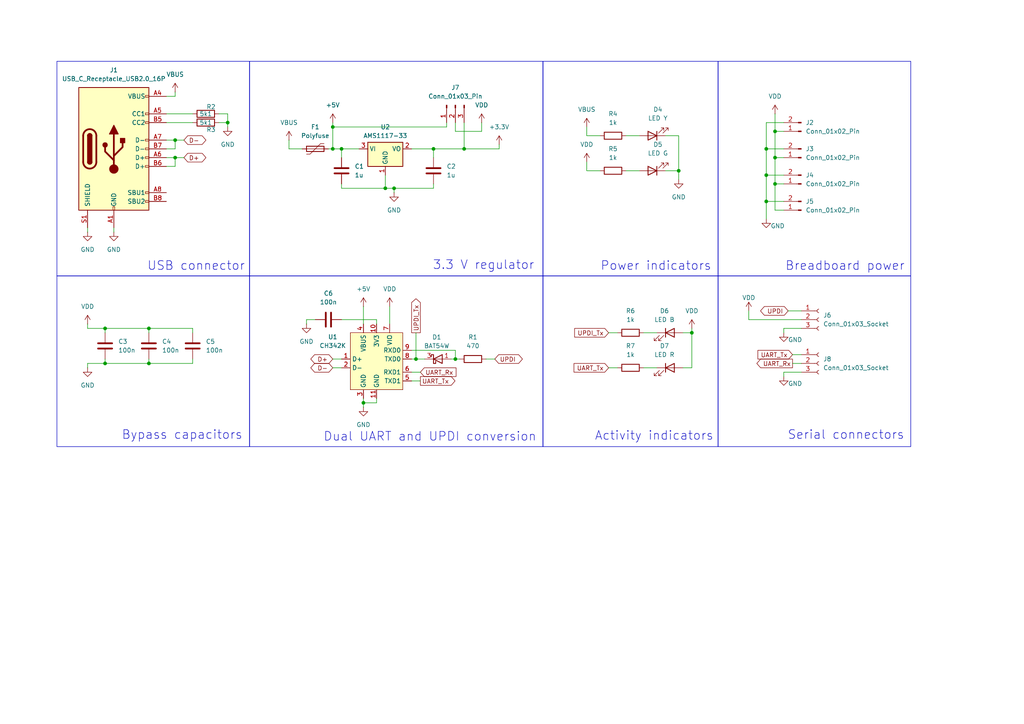
<source format=kicad_sch>
(kicad_sch
	(version 20250114)
	(generator "eeschema")
	(generator_version "9.0")
	(uuid "5f4f462f-b8eb-4ea9-9c80-c06bd05ff95c")
	(paper "A4")
	(title_block
		(title "USB UPDI plus UART")
		(date "2025-10-07")
		(rev "v3")
	)
	(lib_symbols
		(symbol "Connector:Conn_01x02_Pin"
			(pin_names
				(offset 1.016)
				(hide yes)
			)
			(exclude_from_sim no)
			(in_bom yes)
			(on_board yes)
			(property "Reference" "J"
				(at 0 2.54 0)
				(effects
					(font
						(size 1.27 1.27)
					)
				)
			)
			(property "Value" "Conn_01x02_Pin"
				(at 0 -5.08 0)
				(effects
					(font
						(size 1.27 1.27)
					)
				)
			)
			(property "Footprint" ""
				(at 0 0 0)
				(effects
					(font
						(size 1.27 1.27)
					)
					(hide yes)
				)
			)
			(property "Datasheet" "~"
				(at 0 0 0)
				(effects
					(font
						(size 1.27 1.27)
					)
					(hide yes)
				)
			)
			(property "Description" "Generic connector, single row, 01x02, script generated"
				(at 0 0 0)
				(effects
					(font
						(size 1.27 1.27)
					)
					(hide yes)
				)
			)
			(property "ki_locked" ""
				(at 0 0 0)
				(effects
					(font
						(size 1.27 1.27)
					)
				)
			)
			(property "ki_keywords" "connector"
				(at 0 0 0)
				(effects
					(font
						(size 1.27 1.27)
					)
					(hide yes)
				)
			)
			(property "ki_fp_filters" "Connector*:*_1x??_*"
				(at 0 0 0)
				(effects
					(font
						(size 1.27 1.27)
					)
					(hide yes)
				)
			)
			(symbol "Conn_01x02_Pin_1_1"
				(rectangle
					(start 0.8636 0.127)
					(end 0 -0.127)
					(stroke
						(width 0.1524)
						(type default)
					)
					(fill
						(type outline)
					)
				)
				(rectangle
					(start 0.8636 -2.413)
					(end 0 -2.667)
					(stroke
						(width 0.1524)
						(type default)
					)
					(fill
						(type outline)
					)
				)
				(polyline
					(pts
						(xy 1.27 0) (xy 0.8636 0)
					)
					(stroke
						(width 0.1524)
						(type default)
					)
					(fill
						(type none)
					)
				)
				(polyline
					(pts
						(xy 1.27 -2.54) (xy 0.8636 -2.54)
					)
					(stroke
						(width 0.1524)
						(type default)
					)
					(fill
						(type none)
					)
				)
				(pin passive line
					(at 5.08 0 180)
					(length 3.81)
					(name "Pin_1"
						(effects
							(font
								(size 1.27 1.27)
							)
						)
					)
					(number "1"
						(effects
							(font
								(size 1.27 1.27)
							)
						)
					)
				)
				(pin passive line
					(at 5.08 -2.54 180)
					(length 3.81)
					(name "Pin_2"
						(effects
							(font
								(size 1.27 1.27)
							)
						)
					)
					(number "2"
						(effects
							(font
								(size 1.27 1.27)
							)
						)
					)
				)
			)
			(embedded_fonts no)
		)
		(symbol "Connector:Conn_01x03_Pin"
			(pin_names
				(offset 1.016)
				(hide yes)
			)
			(exclude_from_sim no)
			(in_bom yes)
			(on_board yes)
			(property "Reference" "J"
				(at 0 5.08 0)
				(effects
					(font
						(size 1.27 1.27)
					)
				)
			)
			(property "Value" "Conn_01x03_Pin"
				(at 0 -5.08 0)
				(effects
					(font
						(size 1.27 1.27)
					)
				)
			)
			(property "Footprint" ""
				(at 0 0 0)
				(effects
					(font
						(size 1.27 1.27)
					)
					(hide yes)
				)
			)
			(property "Datasheet" "~"
				(at 0 0 0)
				(effects
					(font
						(size 1.27 1.27)
					)
					(hide yes)
				)
			)
			(property "Description" "Generic connector, single row, 01x03, script generated"
				(at 0 0 0)
				(effects
					(font
						(size 1.27 1.27)
					)
					(hide yes)
				)
			)
			(property "ki_locked" ""
				(at 0 0 0)
				(effects
					(font
						(size 1.27 1.27)
					)
				)
			)
			(property "ki_keywords" "connector"
				(at 0 0 0)
				(effects
					(font
						(size 1.27 1.27)
					)
					(hide yes)
				)
			)
			(property "ki_fp_filters" "Connector*:*_1x??_*"
				(at 0 0 0)
				(effects
					(font
						(size 1.27 1.27)
					)
					(hide yes)
				)
			)
			(symbol "Conn_01x03_Pin_1_1"
				(rectangle
					(start 0.8636 2.667)
					(end 0 2.413)
					(stroke
						(width 0.1524)
						(type default)
					)
					(fill
						(type outline)
					)
				)
				(rectangle
					(start 0.8636 0.127)
					(end 0 -0.127)
					(stroke
						(width 0.1524)
						(type default)
					)
					(fill
						(type outline)
					)
				)
				(rectangle
					(start 0.8636 -2.413)
					(end 0 -2.667)
					(stroke
						(width 0.1524)
						(type default)
					)
					(fill
						(type outline)
					)
				)
				(polyline
					(pts
						(xy 1.27 2.54) (xy 0.8636 2.54)
					)
					(stroke
						(width 0.1524)
						(type default)
					)
					(fill
						(type none)
					)
				)
				(polyline
					(pts
						(xy 1.27 0) (xy 0.8636 0)
					)
					(stroke
						(width 0.1524)
						(type default)
					)
					(fill
						(type none)
					)
				)
				(polyline
					(pts
						(xy 1.27 -2.54) (xy 0.8636 -2.54)
					)
					(stroke
						(width 0.1524)
						(type default)
					)
					(fill
						(type none)
					)
				)
				(pin passive line
					(at 5.08 2.54 180)
					(length 3.81)
					(name "Pin_1"
						(effects
							(font
								(size 1.27 1.27)
							)
						)
					)
					(number "1"
						(effects
							(font
								(size 1.27 1.27)
							)
						)
					)
				)
				(pin passive line
					(at 5.08 0 180)
					(length 3.81)
					(name "Pin_2"
						(effects
							(font
								(size 1.27 1.27)
							)
						)
					)
					(number "2"
						(effects
							(font
								(size 1.27 1.27)
							)
						)
					)
				)
				(pin passive line
					(at 5.08 -2.54 180)
					(length 3.81)
					(name "Pin_3"
						(effects
							(font
								(size 1.27 1.27)
							)
						)
					)
					(number "3"
						(effects
							(font
								(size 1.27 1.27)
							)
						)
					)
				)
			)
			(embedded_fonts no)
		)
		(symbol "Connector:Conn_01x03_Socket"
			(pin_names
				(offset 1.016)
				(hide yes)
			)
			(exclude_from_sim no)
			(in_bom yes)
			(on_board yes)
			(property "Reference" "J"
				(at 0 5.08 0)
				(effects
					(font
						(size 1.27 1.27)
					)
				)
			)
			(property "Value" "Conn_01x03_Socket"
				(at 0 -5.08 0)
				(effects
					(font
						(size 1.27 1.27)
					)
				)
			)
			(property "Footprint" ""
				(at 0 0 0)
				(effects
					(font
						(size 1.27 1.27)
					)
					(hide yes)
				)
			)
			(property "Datasheet" "~"
				(at 0 0 0)
				(effects
					(font
						(size 1.27 1.27)
					)
					(hide yes)
				)
			)
			(property "Description" "Generic connector, single row, 01x03, script generated"
				(at 0 0 0)
				(effects
					(font
						(size 1.27 1.27)
					)
					(hide yes)
				)
			)
			(property "ki_locked" ""
				(at 0 0 0)
				(effects
					(font
						(size 1.27 1.27)
					)
				)
			)
			(property "ki_keywords" "connector"
				(at 0 0 0)
				(effects
					(font
						(size 1.27 1.27)
					)
					(hide yes)
				)
			)
			(property "ki_fp_filters" "Connector*:*_1x??_*"
				(at 0 0 0)
				(effects
					(font
						(size 1.27 1.27)
					)
					(hide yes)
				)
			)
			(symbol "Conn_01x03_Socket_1_1"
				(polyline
					(pts
						(xy -1.27 2.54) (xy -0.508 2.54)
					)
					(stroke
						(width 0.1524)
						(type default)
					)
					(fill
						(type none)
					)
				)
				(polyline
					(pts
						(xy -1.27 0) (xy -0.508 0)
					)
					(stroke
						(width 0.1524)
						(type default)
					)
					(fill
						(type none)
					)
				)
				(polyline
					(pts
						(xy -1.27 -2.54) (xy -0.508 -2.54)
					)
					(stroke
						(width 0.1524)
						(type default)
					)
					(fill
						(type none)
					)
				)
				(arc
					(start 0 2.032)
					(mid -0.5058 2.54)
					(end 0 3.048)
					(stroke
						(width 0.1524)
						(type default)
					)
					(fill
						(type none)
					)
				)
				(arc
					(start 0 -0.508)
					(mid -0.5058 0)
					(end 0 0.508)
					(stroke
						(width 0.1524)
						(type default)
					)
					(fill
						(type none)
					)
				)
				(arc
					(start 0 -3.048)
					(mid -0.5058 -2.54)
					(end 0 -2.032)
					(stroke
						(width 0.1524)
						(type default)
					)
					(fill
						(type none)
					)
				)
				(pin passive line
					(at -5.08 2.54 0)
					(length 3.81)
					(name "Pin_1"
						(effects
							(font
								(size 1.27 1.27)
							)
						)
					)
					(number "1"
						(effects
							(font
								(size 1.27 1.27)
							)
						)
					)
				)
				(pin passive line
					(at -5.08 0 0)
					(length 3.81)
					(name "Pin_2"
						(effects
							(font
								(size 1.27 1.27)
							)
						)
					)
					(number "2"
						(effects
							(font
								(size 1.27 1.27)
							)
						)
					)
				)
				(pin passive line
					(at -5.08 -2.54 0)
					(length 3.81)
					(name "Pin_3"
						(effects
							(font
								(size 1.27 1.27)
							)
						)
					)
					(number "3"
						(effects
							(font
								(size 1.27 1.27)
							)
						)
					)
				)
			)
			(embedded_fonts no)
		)
		(symbol "Connector:USB_C_Receptacle_USB2.0_16P"
			(pin_names
				(offset 1.016)
			)
			(exclude_from_sim no)
			(in_bom yes)
			(on_board yes)
			(property "Reference" "J"
				(at 0 22.225 0)
				(effects
					(font
						(size 1.27 1.27)
					)
				)
			)
			(property "Value" "USB_C_Receptacle_USB2.0_16P"
				(at 0 19.685 0)
				(effects
					(font
						(size 1.27 1.27)
					)
				)
			)
			(property "Footprint" ""
				(at 3.81 0 0)
				(effects
					(font
						(size 1.27 1.27)
					)
					(hide yes)
				)
			)
			(property "Datasheet" "https://www.usb.org/sites/default/files/documents/usb_type-c.zip"
				(at 3.81 0 0)
				(effects
					(font
						(size 1.27 1.27)
					)
					(hide yes)
				)
			)
			(property "Description" "USB 2.0-only 16P Type-C Receptacle connector"
				(at 0 0 0)
				(effects
					(font
						(size 1.27 1.27)
					)
					(hide yes)
				)
			)
			(property "ki_keywords" "usb universal serial bus type-C USB2.0"
				(at 0 0 0)
				(effects
					(font
						(size 1.27 1.27)
					)
					(hide yes)
				)
			)
			(property "ki_fp_filters" "USB*C*Receptacle*"
				(at 0 0 0)
				(effects
					(font
						(size 1.27 1.27)
					)
					(hide yes)
				)
			)
			(symbol "USB_C_Receptacle_USB2.0_16P_0_0"
				(rectangle
					(start -0.254 -17.78)
					(end 0.254 -16.764)
					(stroke
						(width 0)
						(type default)
					)
					(fill
						(type none)
					)
				)
				(rectangle
					(start 10.16 15.494)
					(end 9.144 14.986)
					(stroke
						(width 0)
						(type default)
					)
					(fill
						(type none)
					)
				)
				(rectangle
					(start 10.16 10.414)
					(end 9.144 9.906)
					(stroke
						(width 0)
						(type default)
					)
					(fill
						(type none)
					)
				)
				(rectangle
					(start 10.16 7.874)
					(end 9.144 7.366)
					(stroke
						(width 0)
						(type default)
					)
					(fill
						(type none)
					)
				)
				(rectangle
					(start 10.16 2.794)
					(end 9.144 2.286)
					(stroke
						(width 0)
						(type default)
					)
					(fill
						(type none)
					)
				)
				(rectangle
					(start 10.16 0.254)
					(end 9.144 -0.254)
					(stroke
						(width 0)
						(type default)
					)
					(fill
						(type none)
					)
				)
				(rectangle
					(start 10.16 -2.286)
					(end 9.144 -2.794)
					(stroke
						(width 0)
						(type default)
					)
					(fill
						(type none)
					)
				)
				(rectangle
					(start 10.16 -4.826)
					(end 9.144 -5.334)
					(stroke
						(width 0)
						(type default)
					)
					(fill
						(type none)
					)
				)
				(rectangle
					(start 10.16 -12.446)
					(end 9.144 -12.954)
					(stroke
						(width 0)
						(type default)
					)
					(fill
						(type none)
					)
				)
				(rectangle
					(start 10.16 -14.986)
					(end 9.144 -15.494)
					(stroke
						(width 0)
						(type default)
					)
					(fill
						(type none)
					)
				)
			)
			(symbol "USB_C_Receptacle_USB2.0_16P_0_1"
				(rectangle
					(start -10.16 17.78)
					(end 10.16 -17.78)
					(stroke
						(width 0.254)
						(type default)
					)
					(fill
						(type background)
					)
				)
				(polyline
					(pts
						(xy -8.89 -3.81) (xy -8.89 3.81)
					)
					(stroke
						(width 0.508)
						(type default)
					)
					(fill
						(type none)
					)
				)
				(rectangle
					(start -7.62 -3.81)
					(end -6.35 3.81)
					(stroke
						(width 0.254)
						(type default)
					)
					(fill
						(type outline)
					)
				)
				(arc
					(start -7.62 3.81)
					(mid -6.985 4.4423)
					(end -6.35 3.81)
					(stroke
						(width 0.254)
						(type default)
					)
					(fill
						(type none)
					)
				)
				(arc
					(start -7.62 3.81)
					(mid -6.985 4.4423)
					(end -6.35 3.81)
					(stroke
						(width 0.254)
						(type default)
					)
					(fill
						(type outline)
					)
				)
				(arc
					(start -8.89 3.81)
					(mid -6.985 5.7067)
					(end -5.08 3.81)
					(stroke
						(width 0.508)
						(type default)
					)
					(fill
						(type none)
					)
				)
				(arc
					(start -5.08 -3.81)
					(mid -6.985 -5.7067)
					(end -8.89 -3.81)
					(stroke
						(width 0.508)
						(type default)
					)
					(fill
						(type none)
					)
				)
				(arc
					(start -6.35 -3.81)
					(mid -6.985 -4.4423)
					(end -7.62 -3.81)
					(stroke
						(width 0.254)
						(type default)
					)
					(fill
						(type none)
					)
				)
				(arc
					(start -6.35 -3.81)
					(mid -6.985 -4.4423)
					(end -7.62 -3.81)
					(stroke
						(width 0.254)
						(type default)
					)
					(fill
						(type outline)
					)
				)
				(polyline
					(pts
						(xy -5.08 3.81) (xy -5.08 -3.81)
					)
					(stroke
						(width 0.508)
						(type default)
					)
					(fill
						(type none)
					)
				)
				(circle
					(center -2.54 1.143)
					(radius 0.635)
					(stroke
						(width 0.254)
						(type default)
					)
					(fill
						(type outline)
					)
				)
				(polyline
					(pts
						(xy -1.27 4.318) (xy 0 6.858) (xy 1.27 4.318) (xy -1.27 4.318)
					)
					(stroke
						(width 0.254)
						(type default)
					)
					(fill
						(type outline)
					)
				)
				(polyline
					(pts
						(xy 0 -2.032) (xy 2.54 0.508) (xy 2.54 1.778)
					)
					(stroke
						(width 0.508)
						(type default)
					)
					(fill
						(type none)
					)
				)
				(polyline
					(pts
						(xy 0 -3.302) (xy -2.54 -0.762) (xy -2.54 0.508)
					)
					(stroke
						(width 0.508)
						(type default)
					)
					(fill
						(type none)
					)
				)
				(polyline
					(pts
						(xy 0 -5.842) (xy 0 4.318)
					)
					(stroke
						(width 0.508)
						(type default)
					)
					(fill
						(type none)
					)
				)
				(circle
					(center 0 -5.842)
					(radius 1.27)
					(stroke
						(width 0)
						(type default)
					)
					(fill
						(type outline)
					)
				)
				(rectangle
					(start 1.905 1.778)
					(end 3.175 3.048)
					(stroke
						(width 0.254)
						(type default)
					)
					(fill
						(type outline)
					)
				)
			)
			(symbol "USB_C_Receptacle_USB2.0_16P_1_1"
				(pin passive line
					(at -7.62 -22.86 90)
					(length 5.08)
					(name "SHIELD"
						(effects
							(font
								(size 1.27 1.27)
							)
						)
					)
					(number "S1"
						(effects
							(font
								(size 1.27 1.27)
							)
						)
					)
				)
				(pin passive line
					(at 0 -22.86 90)
					(length 5.08)
					(name "GND"
						(effects
							(font
								(size 1.27 1.27)
							)
						)
					)
					(number "A1"
						(effects
							(font
								(size 1.27 1.27)
							)
						)
					)
				)
				(pin passive line
					(at 0 -22.86 90)
					(length 5.08)
					(hide yes)
					(name "GND"
						(effects
							(font
								(size 1.27 1.27)
							)
						)
					)
					(number "A12"
						(effects
							(font
								(size 1.27 1.27)
							)
						)
					)
				)
				(pin passive line
					(at 0 -22.86 90)
					(length 5.08)
					(hide yes)
					(name "GND"
						(effects
							(font
								(size 1.27 1.27)
							)
						)
					)
					(number "B1"
						(effects
							(font
								(size 1.27 1.27)
							)
						)
					)
				)
				(pin passive line
					(at 0 -22.86 90)
					(length 5.08)
					(hide yes)
					(name "GND"
						(effects
							(font
								(size 1.27 1.27)
							)
						)
					)
					(number "B12"
						(effects
							(font
								(size 1.27 1.27)
							)
						)
					)
				)
				(pin passive line
					(at 15.24 15.24 180)
					(length 5.08)
					(name "VBUS"
						(effects
							(font
								(size 1.27 1.27)
							)
						)
					)
					(number "A4"
						(effects
							(font
								(size 1.27 1.27)
							)
						)
					)
				)
				(pin passive line
					(at 15.24 15.24 180)
					(length 5.08)
					(hide yes)
					(name "VBUS"
						(effects
							(font
								(size 1.27 1.27)
							)
						)
					)
					(number "A9"
						(effects
							(font
								(size 1.27 1.27)
							)
						)
					)
				)
				(pin passive line
					(at 15.24 15.24 180)
					(length 5.08)
					(hide yes)
					(name "VBUS"
						(effects
							(font
								(size 1.27 1.27)
							)
						)
					)
					(number "B4"
						(effects
							(font
								(size 1.27 1.27)
							)
						)
					)
				)
				(pin passive line
					(at 15.24 15.24 180)
					(length 5.08)
					(hide yes)
					(name "VBUS"
						(effects
							(font
								(size 1.27 1.27)
							)
						)
					)
					(number "B9"
						(effects
							(font
								(size 1.27 1.27)
							)
						)
					)
				)
				(pin bidirectional line
					(at 15.24 10.16 180)
					(length 5.08)
					(name "CC1"
						(effects
							(font
								(size 1.27 1.27)
							)
						)
					)
					(number "A5"
						(effects
							(font
								(size 1.27 1.27)
							)
						)
					)
				)
				(pin bidirectional line
					(at 15.24 7.62 180)
					(length 5.08)
					(name "CC2"
						(effects
							(font
								(size 1.27 1.27)
							)
						)
					)
					(number "B5"
						(effects
							(font
								(size 1.27 1.27)
							)
						)
					)
				)
				(pin bidirectional line
					(at 15.24 2.54 180)
					(length 5.08)
					(name "D-"
						(effects
							(font
								(size 1.27 1.27)
							)
						)
					)
					(number "A7"
						(effects
							(font
								(size 1.27 1.27)
							)
						)
					)
				)
				(pin bidirectional line
					(at 15.24 0 180)
					(length 5.08)
					(name "D-"
						(effects
							(font
								(size 1.27 1.27)
							)
						)
					)
					(number "B7"
						(effects
							(font
								(size 1.27 1.27)
							)
						)
					)
				)
				(pin bidirectional line
					(at 15.24 -2.54 180)
					(length 5.08)
					(name "D+"
						(effects
							(font
								(size 1.27 1.27)
							)
						)
					)
					(number "A6"
						(effects
							(font
								(size 1.27 1.27)
							)
						)
					)
				)
				(pin bidirectional line
					(at 15.24 -5.08 180)
					(length 5.08)
					(name "D+"
						(effects
							(font
								(size 1.27 1.27)
							)
						)
					)
					(number "B6"
						(effects
							(font
								(size 1.27 1.27)
							)
						)
					)
				)
				(pin bidirectional line
					(at 15.24 -12.7 180)
					(length 5.08)
					(name "SBU1"
						(effects
							(font
								(size 1.27 1.27)
							)
						)
					)
					(number "A8"
						(effects
							(font
								(size 1.27 1.27)
							)
						)
					)
				)
				(pin bidirectional line
					(at 15.24 -15.24 180)
					(length 5.08)
					(name "SBU2"
						(effects
							(font
								(size 1.27 1.27)
							)
						)
					)
					(number "B8"
						(effects
							(font
								(size 1.27 1.27)
							)
						)
					)
				)
			)
			(embedded_fonts no)
		)
		(symbol "Device:C"
			(pin_numbers
				(hide yes)
			)
			(pin_names
				(offset 0.254)
			)
			(exclude_from_sim no)
			(in_bom yes)
			(on_board yes)
			(property "Reference" "C"
				(at 0.635 2.54 0)
				(effects
					(font
						(size 1.27 1.27)
					)
					(justify left)
				)
			)
			(property "Value" "C"
				(at 0.635 -2.54 0)
				(effects
					(font
						(size 1.27 1.27)
					)
					(justify left)
				)
			)
			(property "Footprint" ""
				(at 0.9652 -3.81 0)
				(effects
					(font
						(size 1.27 1.27)
					)
					(hide yes)
				)
			)
			(property "Datasheet" "~"
				(at 0 0 0)
				(effects
					(font
						(size 1.27 1.27)
					)
					(hide yes)
				)
			)
			(property "Description" "Unpolarized capacitor"
				(at 0 0 0)
				(effects
					(font
						(size 1.27 1.27)
					)
					(hide yes)
				)
			)
			(property "ki_keywords" "cap capacitor"
				(at 0 0 0)
				(effects
					(font
						(size 1.27 1.27)
					)
					(hide yes)
				)
			)
			(property "ki_fp_filters" "C_*"
				(at 0 0 0)
				(effects
					(font
						(size 1.27 1.27)
					)
					(hide yes)
				)
			)
			(symbol "C_0_1"
				(polyline
					(pts
						(xy -2.032 0.762) (xy 2.032 0.762)
					)
					(stroke
						(width 0.508)
						(type default)
					)
					(fill
						(type none)
					)
				)
				(polyline
					(pts
						(xy -2.032 -0.762) (xy 2.032 -0.762)
					)
					(stroke
						(width 0.508)
						(type default)
					)
					(fill
						(type none)
					)
				)
			)
			(symbol "C_1_1"
				(pin passive line
					(at 0 3.81 270)
					(length 2.794)
					(name "~"
						(effects
							(font
								(size 1.27 1.27)
							)
						)
					)
					(number "1"
						(effects
							(font
								(size 1.27 1.27)
							)
						)
					)
				)
				(pin passive line
					(at 0 -3.81 90)
					(length 2.794)
					(name "~"
						(effects
							(font
								(size 1.27 1.27)
							)
						)
					)
					(number "2"
						(effects
							(font
								(size 1.27 1.27)
							)
						)
					)
				)
			)
			(embedded_fonts no)
		)
		(symbol "Device:LED"
			(pin_numbers
				(hide yes)
			)
			(pin_names
				(offset 1.016)
				(hide yes)
			)
			(exclude_from_sim no)
			(in_bom yes)
			(on_board yes)
			(property "Reference" "D"
				(at 0 2.54 0)
				(effects
					(font
						(size 1.27 1.27)
					)
				)
			)
			(property "Value" "LED"
				(at 0 -2.54 0)
				(effects
					(font
						(size 1.27 1.27)
					)
				)
			)
			(property "Footprint" ""
				(at 0 0 0)
				(effects
					(font
						(size 1.27 1.27)
					)
					(hide yes)
				)
			)
			(property "Datasheet" "~"
				(at 0 0 0)
				(effects
					(font
						(size 1.27 1.27)
					)
					(hide yes)
				)
			)
			(property "Description" "Light emitting diode"
				(at 0 0 0)
				(effects
					(font
						(size 1.27 1.27)
					)
					(hide yes)
				)
			)
			(property "Sim.Pins" "1=K 2=A"
				(at 0 0 0)
				(effects
					(font
						(size 1.27 1.27)
					)
					(hide yes)
				)
			)
			(property "ki_keywords" "LED diode"
				(at 0 0 0)
				(effects
					(font
						(size 1.27 1.27)
					)
					(hide yes)
				)
			)
			(property "ki_fp_filters" "LED* LED_SMD:* LED_THT:*"
				(at 0 0 0)
				(effects
					(font
						(size 1.27 1.27)
					)
					(hide yes)
				)
			)
			(symbol "LED_0_1"
				(polyline
					(pts
						(xy -3.048 -0.762) (xy -4.572 -2.286) (xy -3.81 -2.286) (xy -4.572 -2.286) (xy -4.572 -1.524)
					)
					(stroke
						(width 0)
						(type default)
					)
					(fill
						(type none)
					)
				)
				(polyline
					(pts
						(xy -1.778 -0.762) (xy -3.302 -2.286) (xy -2.54 -2.286) (xy -3.302 -2.286) (xy -3.302 -1.524)
					)
					(stroke
						(width 0)
						(type default)
					)
					(fill
						(type none)
					)
				)
				(polyline
					(pts
						(xy -1.27 0) (xy 1.27 0)
					)
					(stroke
						(width 0)
						(type default)
					)
					(fill
						(type none)
					)
				)
				(polyline
					(pts
						(xy -1.27 -1.27) (xy -1.27 1.27)
					)
					(stroke
						(width 0.254)
						(type default)
					)
					(fill
						(type none)
					)
				)
				(polyline
					(pts
						(xy 1.27 -1.27) (xy 1.27 1.27) (xy -1.27 0) (xy 1.27 -1.27)
					)
					(stroke
						(width 0.254)
						(type default)
					)
					(fill
						(type none)
					)
				)
			)
			(symbol "LED_1_1"
				(pin passive line
					(at -3.81 0 0)
					(length 2.54)
					(name "K"
						(effects
							(font
								(size 1.27 1.27)
							)
						)
					)
					(number "1"
						(effects
							(font
								(size 1.27 1.27)
							)
						)
					)
				)
				(pin passive line
					(at 3.81 0 180)
					(length 2.54)
					(name "A"
						(effects
							(font
								(size 1.27 1.27)
							)
						)
					)
					(number "2"
						(effects
							(font
								(size 1.27 1.27)
							)
						)
					)
				)
			)
			(embedded_fonts no)
		)
		(symbol "Device:Polyfuse"
			(pin_numbers
				(hide yes)
			)
			(pin_names
				(offset 0)
			)
			(exclude_from_sim no)
			(in_bom yes)
			(on_board yes)
			(property "Reference" "F"
				(at -2.54 0 90)
				(effects
					(font
						(size 1.27 1.27)
					)
				)
			)
			(property "Value" "Polyfuse"
				(at 2.54 0 90)
				(effects
					(font
						(size 1.27 1.27)
					)
				)
			)
			(property "Footprint" ""
				(at 1.27 -5.08 0)
				(effects
					(font
						(size 1.27 1.27)
					)
					(justify left)
					(hide yes)
				)
			)
			(property "Datasheet" "~"
				(at 0 0 0)
				(effects
					(font
						(size 1.27 1.27)
					)
					(hide yes)
				)
			)
			(property "Description" "Resettable fuse, polymeric positive temperature coefficient"
				(at 0 0 0)
				(effects
					(font
						(size 1.27 1.27)
					)
					(hide yes)
				)
			)
			(property "ki_keywords" "resettable fuse PTC PPTC polyfuse polyswitch"
				(at 0 0 0)
				(effects
					(font
						(size 1.27 1.27)
					)
					(hide yes)
				)
			)
			(property "ki_fp_filters" "*polyfuse* *PTC*"
				(at 0 0 0)
				(effects
					(font
						(size 1.27 1.27)
					)
					(hide yes)
				)
			)
			(symbol "Polyfuse_0_1"
				(polyline
					(pts
						(xy -1.524 2.54) (xy -1.524 1.524) (xy 1.524 -1.524) (xy 1.524 -2.54)
					)
					(stroke
						(width 0)
						(type default)
					)
					(fill
						(type none)
					)
				)
				(rectangle
					(start -0.762 2.54)
					(end 0.762 -2.54)
					(stroke
						(width 0.254)
						(type default)
					)
					(fill
						(type none)
					)
				)
				(polyline
					(pts
						(xy 0 2.54) (xy 0 -2.54)
					)
					(stroke
						(width 0)
						(type default)
					)
					(fill
						(type none)
					)
				)
			)
			(symbol "Polyfuse_1_1"
				(pin passive line
					(at 0 3.81 270)
					(length 1.27)
					(name "~"
						(effects
							(font
								(size 1.27 1.27)
							)
						)
					)
					(number "1"
						(effects
							(font
								(size 1.27 1.27)
							)
						)
					)
				)
				(pin passive line
					(at 0 -3.81 90)
					(length 1.27)
					(name "~"
						(effects
							(font
								(size 1.27 1.27)
							)
						)
					)
					(number "2"
						(effects
							(font
								(size 1.27 1.27)
							)
						)
					)
				)
			)
			(embedded_fonts no)
		)
		(symbol "Device:R"
			(pin_numbers
				(hide yes)
			)
			(pin_names
				(offset 0)
			)
			(exclude_from_sim no)
			(in_bom yes)
			(on_board yes)
			(property "Reference" "R"
				(at 2.032 0 90)
				(effects
					(font
						(size 1.27 1.27)
					)
				)
			)
			(property "Value" "R"
				(at 0 0 90)
				(effects
					(font
						(size 1.27 1.27)
					)
				)
			)
			(property "Footprint" ""
				(at -1.778 0 90)
				(effects
					(font
						(size 1.27 1.27)
					)
					(hide yes)
				)
			)
			(property "Datasheet" "~"
				(at 0 0 0)
				(effects
					(font
						(size 1.27 1.27)
					)
					(hide yes)
				)
			)
			(property "Description" "Resistor"
				(at 0 0 0)
				(effects
					(font
						(size 1.27 1.27)
					)
					(hide yes)
				)
			)
			(property "ki_keywords" "R res resistor"
				(at 0 0 0)
				(effects
					(font
						(size 1.27 1.27)
					)
					(hide yes)
				)
			)
			(property "ki_fp_filters" "R_*"
				(at 0 0 0)
				(effects
					(font
						(size 1.27 1.27)
					)
					(hide yes)
				)
			)
			(symbol "R_0_1"
				(rectangle
					(start -1.016 -2.54)
					(end 1.016 2.54)
					(stroke
						(width 0.254)
						(type default)
					)
					(fill
						(type none)
					)
				)
			)
			(symbol "R_1_1"
				(pin passive line
					(at 0 3.81 270)
					(length 1.27)
					(name "~"
						(effects
							(font
								(size 1.27 1.27)
							)
						)
					)
					(number "1"
						(effects
							(font
								(size 1.27 1.27)
							)
						)
					)
				)
				(pin passive line
					(at 0 -3.81 90)
					(length 1.27)
					(name "~"
						(effects
							(font
								(size 1.27 1.27)
							)
						)
					)
					(number "2"
						(effects
							(font
								(size 1.27 1.27)
							)
						)
					)
				)
			)
			(embedded_fonts no)
		)
		(symbol "Diode:BAT54W"
			(pin_names
				(offset 1.016)
				(hide yes)
			)
			(exclude_from_sim no)
			(in_bom yes)
			(on_board yes)
			(property "Reference" "D"
				(at 0 2.54 0)
				(effects
					(font
						(size 1.27 1.27)
					)
				)
			)
			(property "Value" "BAT54W"
				(at 0 -2.54 0)
				(effects
					(font
						(size 1.27 1.27)
					)
				)
			)
			(property "Footprint" "Package_TO_SOT_SMD:SOT-323_SC-70"
				(at 0 -4.445 0)
				(effects
					(font
						(size 1.27 1.27)
					)
					(hide yes)
				)
			)
			(property "Datasheet" "https://assets.nexperia.com/documents/data-sheet/BAT54W_SER.pdf"
				(at 0 0 0)
				(effects
					(font
						(size 1.27 1.27)
					)
					(hide yes)
				)
			)
			(property "Description" "Schottky barrier diode, SOT-323"
				(at 0 0 0)
				(effects
					(font
						(size 1.27 1.27)
					)
					(hide yes)
				)
			)
			(property "ki_keywords" "schottky diode"
				(at 0 0 0)
				(effects
					(font
						(size 1.27 1.27)
					)
					(hide yes)
				)
			)
			(property "ki_fp_filters" "SOT?323*"
				(at 0 0 0)
				(effects
					(font
						(size 1.27 1.27)
					)
					(hide yes)
				)
			)
			(symbol "BAT54W_0_1"
				(polyline
					(pts
						(xy -1.905 0.635) (xy -1.905 1.27) (xy -1.27 1.27) (xy -1.27 -1.27) (xy -0.635 -1.27) (xy -0.635 -0.635)
					)
					(stroke
						(width 0.254)
						(type default)
					)
					(fill
						(type none)
					)
				)
				(polyline
					(pts
						(xy 1.27 1.27) (xy 1.27 -1.27) (xy -1.27 0) (xy 1.27 1.27)
					)
					(stroke
						(width 0.254)
						(type default)
					)
					(fill
						(type none)
					)
				)
				(polyline
					(pts
						(xy 1.27 0) (xy -1.27 0)
					)
					(stroke
						(width 0)
						(type default)
					)
					(fill
						(type none)
					)
				)
			)
			(symbol "BAT54W_1_1"
				(pin passive line
					(at -3.81 0 0)
					(length 2.54)
					(name "K"
						(effects
							(font
								(size 1.27 1.27)
							)
						)
					)
					(number "3"
						(effects
							(font
								(size 1.27 1.27)
							)
						)
					)
				)
				(pin no_connect line
					(at 0 0 90)
					(length 2.54)
					(hide yes)
					(name "NC"
						(effects
							(font
								(size 1.27 1.27)
							)
						)
					)
					(number "2"
						(effects
							(font
								(size 1.27 1.27)
							)
						)
					)
				)
				(pin passive line
					(at 3.81 0 180)
					(length 2.54)
					(name "A"
						(effects
							(font
								(size 1.27 1.27)
							)
						)
					)
					(number "1"
						(effects
							(font
								(size 1.27 1.27)
							)
						)
					)
				)
			)
			(embedded_fonts no)
		)
		(symbol "Regulator_Linear:AP1117-33"
			(exclude_from_sim no)
			(in_bom yes)
			(on_board yes)
			(property "Reference" "U"
				(at -3.81 3.175 0)
				(effects
					(font
						(size 1.27 1.27)
					)
				)
			)
			(property "Value" "AP1117-33"
				(at 0 3.175 0)
				(effects
					(font
						(size 1.27 1.27)
					)
					(justify left)
				)
			)
			(property "Footprint" "Package_TO_SOT_SMD:SOT-223-3_TabPin2"
				(at 0 5.08 0)
				(effects
					(font
						(size 1.27 1.27)
					)
					(hide yes)
				)
			)
			(property "Datasheet" "http://www.diodes.com/datasheets/AP1117.pdf"
				(at 2.54 -6.35 0)
				(effects
					(font
						(size 1.27 1.27)
					)
					(hide yes)
				)
			)
			(property "Description" "1A Low Dropout regulator, positive, 3.3V fixed output, SOT-223"
				(at 0 0 0)
				(effects
					(font
						(size 1.27 1.27)
					)
					(hide yes)
				)
			)
			(property "ki_keywords" "linear regulator ldo fixed positive obsolete"
				(at 0 0 0)
				(effects
					(font
						(size 1.27 1.27)
					)
					(hide yes)
				)
			)
			(property "ki_fp_filters" "SOT?223*TabPin2*"
				(at 0 0 0)
				(effects
					(font
						(size 1.27 1.27)
					)
					(hide yes)
				)
			)
			(symbol "AP1117-33_0_1"
				(rectangle
					(start -5.08 -5.08)
					(end 5.08 1.905)
					(stroke
						(width 0.254)
						(type default)
					)
					(fill
						(type background)
					)
				)
			)
			(symbol "AP1117-33_1_1"
				(pin power_in line
					(at -7.62 0 0)
					(length 2.54)
					(name "VI"
						(effects
							(font
								(size 1.27 1.27)
							)
						)
					)
					(number "3"
						(effects
							(font
								(size 1.27 1.27)
							)
						)
					)
				)
				(pin power_in line
					(at 0 -7.62 90)
					(length 2.54)
					(name "GND"
						(effects
							(font
								(size 1.27 1.27)
							)
						)
					)
					(number "1"
						(effects
							(font
								(size 1.27 1.27)
							)
						)
					)
				)
				(pin power_out line
					(at 7.62 0 180)
					(length 2.54)
					(name "VO"
						(effects
							(font
								(size 1.27 1.27)
							)
						)
					)
					(number "2"
						(effects
							(font
								(size 1.27 1.27)
							)
						)
					)
				)
			)
			(embedded_fonts no)
		)
		(symbol "ch3xx:CH342K"
			(exclude_from_sim no)
			(in_bom yes)
			(on_board yes)
			(property "Reference" "U"
				(at -8.382 -10.16 0)
				(effects
					(font
						(size 1.27 1.27)
					)
					(justify right)
				)
			)
			(property "Value" "CH342K"
				(at -8.382 -12.446 0)
				(effects
					(font
						(size 1.27 1.27)
					)
					(justify right)
				)
			)
			(property "Footprint" "Package_SO:SSOP-10-1EP_3.9x4.9mm_P1mm_EP2.1x3.3mm"
				(at 0 0 0)
				(effects
					(font
						(size 1.27 1.27)
					)
					(hide yes)
				)
			)
			(property "Datasheet" ""
				(at 0 0 0)
				(effects
					(font
						(size 1.27 1.27)
					)
					(hide yes)
				)
			)
			(property "Description" ""
				(at 0 0 0)
				(effects
					(font
						(size 1.27 1.27)
					)
					(hide yes)
				)
			)
			(symbol "CH342K_1_1"
				(rectangle
					(start -7.62 -8.89)
					(end 7.62 -25.4)
					(stroke
						(width 0)
						(type solid)
					)
					(fill
						(type background)
					)
				)
				(pin bidirectional line
					(at -10.16 -16.51 0)
					(length 2.54)
					(name "D+"
						(effects
							(font
								(size 1.27 1.27)
							)
						)
					)
					(number "1"
						(effects
							(font
								(size 1.27 1.27)
							)
						)
					)
				)
				(pin bidirectional line
					(at -10.16 -19.05 0)
					(length 2.54)
					(name "D-"
						(effects
							(font
								(size 1.27 1.27)
							)
						)
					)
					(number "2"
						(effects
							(font
								(size 1.27 1.27)
							)
						)
					)
				)
				(pin power_in line
					(at -3.81 -6.35 270)
					(length 2.54)
					(name "VBUS"
						(effects
							(font
								(size 1.27 1.27)
							)
						)
					)
					(number "4"
						(effects
							(font
								(size 1.27 1.27)
							)
						)
					)
				)
				(pin power_in line
					(at -3.81 -27.94 90)
					(length 2.54)
					(name "GND"
						(effects
							(font
								(size 1.27 1.27)
							)
						)
					)
					(number "3"
						(effects
							(font
								(size 1.27 1.27)
							)
						)
					)
				)
				(pin power_out line
					(at 0 -6.35 270)
					(length 2.54)
					(name "3V3"
						(effects
							(font
								(size 1.27 1.27)
							)
						)
					)
					(number "10"
						(effects
							(font
								(size 1.27 1.27)
							)
						)
					)
				)
				(pin power_in line
					(at 0 -27.94 90)
					(length 2.54)
					(name "GND"
						(effects
							(font
								(size 1.27 1.27)
							)
						)
					)
					(number "11"
						(effects
							(font
								(size 1.27 1.27)
							)
						)
					)
				)
				(pin power_in line
					(at 3.81 -6.35 270)
					(length 2.54)
					(name "VIO"
						(effects
							(font
								(size 1.27 1.27)
							)
						)
					)
					(number "7"
						(effects
							(font
								(size 1.27 1.27)
							)
						)
					)
				)
				(pin input line
					(at 10.16 -13.97 180)
					(length 2.54)
					(name "RXD0"
						(effects
							(font
								(size 1.27 1.27)
							)
						)
					)
					(number "9"
						(effects
							(font
								(size 1.27 1.27)
							)
						)
					)
				)
				(pin output line
					(at 10.16 -16.51 180)
					(length 2.54)
					(name "TXD0"
						(effects
							(font
								(size 1.27 1.27)
							)
						)
					)
					(number "8"
						(effects
							(font
								(size 1.27 1.27)
							)
						)
					)
				)
				(pin input line
					(at 10.16 -20.32 180)
					(length 2.54)
					(name "RXD1"
						(effects
							(font
								(size 1.27 1.27)
							)
						)
					)
					(number "6"
						(effects
							(font
								(size 1.27 1.27)
							)
						)
					)
				)
				(pin output line
					(at 10.16 -22.86 180)
					(length 2.54)
					(name "TXD1"
						(effects
							(font
								(size 1.27 1.27)
							)
						)
					)
					(number "5"
						(effects
							(font
								(size 1.27 1.27)
							)
						)
					)
				)
			)
			(embedded_fonts no)
		)
		(symbol "power:+3.3V"
			(power)
			(pin_numbers
				(hide yes)
			)
			(pin_names
				(offset 0)
				(hide yes)
			)
			(exclude_from_sim no)
			(in_bom yes)
			(on_board yes)
			(property "Reference" "#PWR"
				(at 0 -3.81 0)
				(effects
					(font
						(size 1.27 1.27)
					)
					(hide yes)
				)
			)
			(property "Value" "+3.3V"
				(at 0 3.556 0)
				(effects
					(font
						(size 1.27 1.27)
					)
				)
			)
			(property "Footprint" ""
				(at 0 0 0)
				(effects
					(font
						(size 1.27 1.27)
					)
					(hide yes)
				)
			)
			(property "Datasheet" ""
				(at 0 0 0)
				(effects
					(font
						(size 1.27 1.27)
					)
					(hide yes)
				)
			)
			(property "Description" "Power symbol creates a global label with name \"+3.3V\""
				(at 0 0 0)
				(effects
					(font
						(size 1.27 1.27)
					)
					(hide yes)
				)
			)
			(property "ki_keywords" "global power"
				(at 0 0 0)
				(effects
					(font
						(size 1.27 1.27)
					)
					(hide yes)
				)
			)
			(symbol "+3.3V_0_1"
				(polyline
					(pts
						(xy -0.762 1.27) (xy 0 2.54)
					)
					(stroke
						(width 0)
						(type default)
					)
					(fill
						(type none)
					)
				)
				(polyline
					(pts
						(xy 0 2.54) (xy 0.762 1.27)
					)
					(stroke
						(width 0)
						(type default)
					)
					(fill
						(type none)
					)
				)
				(polyline
					(pts
						(xy 0 0) (xy 0 2.54)
					)
					(stroke
						(width 0)
						(type default)
					)
					(fill
						(type none)
					)
				)
			)
			(symbol "+3.3V_1_1"
				(pin power_in line
					(at 0 0 90)
					(length 0)
					(name "~"
						(effects
							(font
								(size 1.27 1.27)
							)
						)
					)
					(number "1"
						(effects
							(font
								(size 1.27 1.27)
							)
						)
					)
				)
			)
			(embedded_fonts no)
		)
		(symbol "power:+5V"
			(power)
			(pin_numbers
				(hide yes)
			)
			(pin_names
				(offset 0)
				(hide yes)
			)
			(exclude_from_sim no)
			(in_bom yes)
			(on_board yes)
			(property "Reference" "#PWR"
				(at 0 -3.81 0)
				(effects
					(font
						(size 1.27 1.27)
					)
					(hide yes)
				)
			)
			(property "Value" "+5V"
				(at 0 3.556 0)
				(effects
					(font
						(size 1.27 1.27)
					)
				)
			)
			(property "Footprint" ""
				(at 0 0 0)
				(effects
					(font
						(size 1.27 1.27)
					)
					(hide yes)
				)
			)
			(property "Datasheet" ""
				(at 0 0 0)
				(effects
					(font
						(size 1.27 1.27)
					)
					(hide yes)
				)
			)
			(property "Description" "Power symbol creates a global label with name \"+5V\""
				(at 0 0 0)
				(effects
					(font
						(size 1.27 1.27)
					)
					(hide yes)
				)
			)
			(property "ki_keywords" "global power"
				(at 0 0 0)
				(effects
					(font
						(size 1.27 1.27)
					)
					(hide yes)
				)
			)
			(symbol "+5V_0_1"
				(polyline
					(pts
						(xy -0.762 1.27) (xy 0 2.54)
					)
					(stroke
						(width 0)
						(type default)
					)
					(fill
						(type none)
					)
				)
				(polyline
					(pts
						(xy 0 2.54) (xy 0.762 1.27)
					)
					(stroke
						(width 0)
						(type default)
					)
					(fill
						(type none)
					)
				)
				(polyline
					(pts
						(xy 0 0) (xy 0 2.54)
					)
					(stroke
						(width 0)
						(type default)
					)
					(fill
						(type none)
					)
				)
			)
			(symbol "+5V_1_1"
				(pin power_in line
					(at 0 0 90)
					(length 0)
					(name "~"
						(effects
							(font
								(size 1.27 1.27)
							)
						)
					)
					(number "1"
						(effects
							(font
								(size 1.27 1.27)
							)
						)
					)
				)
			)
			(embedded_fonts no)
		)
		(symbol "power:GND"
			(power)
			(pin_numbers
				(hide yes)
			)
			(pin_names
				(offset 0)
				(hide yes)
			)
			(exclude_from_sim no)
			(in_bom yes)
			(on_board yes)
			(property "Reference" "#PWR"
				(at 0 -6.35 0)
				(effects
					(font
						(size 1.27 1.27)
					)
					(hide yes)
				)
			)
			(property "Value" "GND"
				(at 0 -3.81 0)
				(effects
					(font
						(size 1.27 1.27)
					)
				)
			)
			(property "Footprint" ""
				(at 0 0 0)
				(effects
					(font
						(size 1.27 1.27)
					)
					(hide yes)
				)
			)
			(property "Datasheet" ""
				(at 0 0 0)
				(effects
					(font
						(size 1.27 1.27)
					)
					(hide yes)
				)
			)
			(property "Description" "Power symbol creates a global label with name \"GND\" , ground"
				(at 0 0 0)
				(effects
					(font
						(size 1.27 1.27)
					)
					(hide yes)
				)
			)
			(property "ki_keywords" "global power"
				(at 0 0 0)
				(effects
					(font
						(size 1.27 1.27)
					)
					(hide yes)
				)
			)
			(symbol "GND_0_1"
				(polyline
					(pts
						(xy 0 0) (xy 0 -1.27) (xy 1.27 -1.27) (xy 0 -2.54) (xy -1.27 -1.27) (xy 0 -1.27)
					)
					(stroke
						(width 0)
						(type default)
					)
					(fill
						(type none)
					)
				)
			)
			(symbol "GND_1_1"
				(pin power_in line
					(at 0 0 270)
					(length 0)
					(name "~"
						(effects
							(font
								(size 1.27 1.27)
							)
						)
					)
					(number "1"
						(effects
							(font
								(size 1.27 1.27)
							)
						)
					)
				)
			)
			(embedded_fonts no)
		)
		(symbol "power:VBUS"
			(power)
			(pin_numbers
				(hide yes)
			)
			(pin_names
				(offset 0)
				(hide yes)
			)
			(exclude_from_sim no)
			(in_bom yes)
			(on_board yes)
			(property "Reference" "#PWR"
				(at 0 -3.81 0)
				(effects
					(font
						(size 1.27 1.27)
					)
					(hide yes)
				)
			)
			(property "Value" "VBUS"
				(at 0 3.556 0)
				(effects
					(font
						(size 1.27 1.27)
					)
				)
			)
			(property "Footprint" ""
				(at 0 0 0)
				(effects
					(font
						(size 1.27 1.27)
					)
					(hide yes)
				)
			)
			(property "Datasheet" ""
				(at 0 0 0)
				(effects
					(font
						(size 1.27 1.27)
					)
					(hide yes)
				)
			)
			(property "Description" "Power symbol creates a global label with name \"VBUS\""
				(at 0 0 0)
				(effects
					(font
						(size 1.27 1.27)
					)
					(hide yes)
				)
			)
			(property "ki_keywords" "global power"
				(at 0 0 0)
				(effects
					(font
						(size 1.27 1.27)
					)
					(hide yes)
				)
			)
			(symbol "VBUS_0_1"
				(polyline
					(pts
						(xy -0.762 1.27) (xy 0 2.54)
					)
					(stroke
						(width 0)
						(type default)
					)
					(fill
						(type none)
					)
				)
				(polyline
					(pts
						(xy 0 2.54) (xy 0.762 1.27)
					)
					(stroke
						(width 0)
						(type default)
					)
					(fill
						(type none)
					)
				)
				(polyline
					(pts
						(xy 0 0) (xy 0 2.54)
					)
					(stroke
						(width 0)
						(type default)
					)
					(fill
						(type none)
					)
				)
			)
			(symbol "VBUS_1_1"
				(pin power_in line
					(at 0 0 90)
					(length 0)
					(name "~"
						(effects
							(font
								(size 1.27 1.27)
							)
						)
					)
					(number "1"
						(effects
							(font
								(size 1.27 1.27)
							)
						)
					)
				)
			)
			(embedded_fonts no)
		)
		(symbol "power:VDD"
			(power)
			(pin_numbers
				(hide yes)
			)
			(pin_names
				(offset 0)
				(hide yes)
			)
			(exclude_from_sim no)
			(in_bom yes)
			(on_board yes)
			(property "Reference" "#PWR"
				(at 0 -3.81 0)
				(effects
					(font
						(size 1.27 1.27)
					)
					(hide yes)
				)
			)
			(property "Value" "VDD"
				(at 0 3.556 0)
				(effects
					(font
						(size 1.27 1.27)
					)
				)
			)
			(property "Footprint" ""
				(at 0 0 0)
				(effects
					(font
						(size 1.27 1.27)
					)
					(hide yes)
				)
			)
			(property "Datasheet" ""
				(at 0 0 0)
				(effects
					(font
						(size 1.27 1.27)
					)
					(hide yes)
				)
			)
			(property "Description" "Power symbol creates a global label with name \"VDD\""
				(at 0 0 0)
				(effects
					(font
						(size 1.27 1.27)
					)
					(hide yes)
				)
			)
			(property "ki_keywords" "global power"
				(at 0 0 0)
				(effects
					(font
						(size 1.27 1.27)
					)
					(hide yes)
				)
			)
			(symbol "VDD_0_1"
				(polyline
					(pts
						(xy -0.762 1.27) (xy 0 2.54)
					)
					(stroke
						(width 0)
						(type default)
					)
					(fill
						(type none)
					)
				)
				(polyline
					(pts
						(xy 0 2.54) (xy 0.762 1.27)
					)
					(stroke
						(width 0)
						(type default)
					)
					(fill
						(type none)
					)
				)
				(polyline
					(pts
						(xy 0 0) (xy 0 2.54)
					)
					(stroke
						(width 0)
						(type default)
					)
					(fill
						(type none)
					)
				)
			)
			(symbol "VDD_1_1"
				(pin power_in line
					(at 0 0 90)
					(length 0)
					(name "~"
						(effects
							(font
								(size 1.27 1.27)
							)
						)
					)
					(number "1"
						(effects
							(font
								(size 1.27 1.27)
							)
						)
					)
				)
			)
			(embedded_fonts no)
		)
	)
	(rectangle
		(start 72.39 17.78)
		(end 157.48 80.01)
		(stroke
			(width 0)
			(type default)
		)
		(fill
			(type none)
		)
		(uuid 3d22495e-95b2-43da-966c-9af5130975b3)
	)
	(rectangle
		(start 208.28 80.01)
		(end 264.16 129.54)
		(stroke
			(width 0)
			(type default)
		)
		(fill
			(type none)
		)
		(uuid 41b23b4f-1c5c-4bdb-a89f-c602cce41e0a)
	)
	(rectangle
		(start 157.48 17.78)
		(end 208.28 80.01)
		(stroke
			(width 0)
			(type default)
		)
		(fill
			(type none)
		)
		(uuid 468928e8-4274-4765-9e28-cddefe037d58)
	)
	(rectangle
		(start 72.39 80.01)
		(end 157.48 129.54)
		(stroke
			(width 0)
			(type default)
		)
		(fill
			(type none)
		)
		(uuid 92c6cbd7-e1b3-4d91-bf68-cb94c49373f1)
	)
	(rectangle
		(start 157.48 80.01)
		(end 208.28 129.54)
		(stroke
			(width 0)
			(type default)
		)
		(fill
			(type none)
		)
		(uuid b7c5a2eb-aaa6-4e1c-8c3b-0c96624addcb)
	)
	(rectangle
		(start 208.28 17.78)
		(end 264.16 80.01)
		(stroke
			(width 0)
			(type default)
		)
		(fill
			(type none)
		)
		(uuid ddb184bf-2123-4e35-a925-1a5d9640e4cd)
	)
	(rectangle
		(start 16.51 17.78)
		(end 72.39 80.01)
		(stroke
			(width 0)
			(type default)
		)
		(fill
			(type none)
		)
		(uuid e8aa7be3-fb53-465d-bbf7-0b028562d9fd)
	)
	(rectangle
		(start 16.51 80.01)
		(end 72.39 129.54)
		(stroke
			(width 0)
			(type default)
		)
		(fill
			(type none)
		)
		(uuid ea14b847-9213-4020-9395-e41d0fd3e44f)
	)
	(text "USB connector"
		(exclude_from_sim no)
		(at 56.896 77.216 0)
		(effects
			(font
				(size 2.54 2.54)
			)
		)
		(uuid "14ff8c79-6248-431f-9bea-81253b37bdcc")
	)
	(text "Activity indicators"
		(exclude_from_sim no)
		(at 189.738 126.492 0)
		(effects
			(font
				(size 2.54 2.54)
			)
		)
		(uuid "26d4d147-258b-4a2c-af76-37ddc4f8fb6e")
	)
	(text "Power indicators"
		(exclude_from_sim no)
		(at 190.246 77.216 0)
		(effects
			(font
				(size 2.54 2.54)
			)
		)
		(uuid "2e02621a-31ad-48a8-a890-c32a6525c8ed")
	)
	(text "Bypass capacitors"
		(exclude_from_sim no)
		(at 52.832 126.238 0)
		(effects
			(font
				(size 2.54 2.54)
			)
		)
		(uuid "368b4af7-74cc-4d4d-89f7-2c8b25620e87")
	)
	(text "Breadboard power"
		(exclude_from_sim no)
		(at 245.11 77.216 0)
		(effects
			(font
				(size 2.54 2.54)
			)
		)
		(uuid "77aee91f-86d3-4368-ad91-cb34aeca9a50")
	)
	(text "Dual UART and UPDI conversion"
		(exclude_from_sim no)
		(at 124.714 126.746 0)
		(effects
			(font
				(size 2.54 2.54)
			)
		)
		(uuid "b116ca11-1b28-4438-af4f-b369e5940fd6")
	)
	(text "Serial connectors"
		(exclude_from_sim no)
		(at 245.364 126.238 0)
		(effects
			(font
				(size 2.54 2.54)
			)
		)
		(uuid "c3b3e64e-591d-4847-8872-cb9f611f6002")
	)
	(text "3.3 V regulator "
		(exclude_from_sim no)
		(at 141.224 76.962 0)
		(effects
			(font
				(size 2.54 2.54)
			)
		)
		(uuid "dd8204ba-1f0e-4b84-9728-f9b17b8492f4")
	)
	(junction
		(at 99.06 43.18)
		(diameter 0)
		(color 0 0 0 0)
		(uuid "136cbd0d-429e-4e9f-b39d-34f79a86c302")
	)
	(junction
		(at 96.52 36.83)
		(diameter 0)
		(color 0 0 0 0)
		(uuid "158461d4-4509-42d6-b643-5f17c5f10a99")
	)
	(junction
		(at 222.25 43.18)
		(diameter 0)
		(color 0 0 0 0)
		(uuid "1b17a453-347d-4cb2-9f69-eff9ead2df1b")
	)
	(junction
		(at 111.76 54.61)
		(diameter 0)
		(color 0 0 0 0)
		(uuid "1c2a443a-3b7d-4162-b844-e3010d4daaf8")
	)
	(junction
		(at 120.65 104.14)
		(diameter 0)
		(color 0 0 0 0)
		(uuid "26e6b335-d85c-4d59-b93c-9e22f415fd13")
	)
	(junction
		(at 50.8 40.64)
		(diameter 0)
		(color 0 0 0 0)
		(uuid "351536de-0dfa-486e-9161-e9b72728a84e")
	)
	(junction
		(at 224.79 53.34)
		(diameter 0)
		(color 0 0 0 0)
		(uuid "359971b6-64c8-4d67-bfa6-a1486239b719")
	)
	(junction
		(at 196.85 49.53)
		(diameter 0)
		(color 0 0 0 0)
		(uuid "362ecbfc-18c4-4301-8f74-4b4d10e106a5")
	)
	(junction
		(at 125.73 43.18)
		(diameter 0)
		(color 0 0 0 0)
		(uuid "39d211d2-1f97-4fa4-b3b4-8b761f44a620")
	)
	(junction
		(at 224.79 38.1)
		(diameter 0)
		(color 0 0 0 0)
		(uuid "4018575b-d6ae-4c71-877b-7294d0ed83e5")
	)
	(junction
		(at 43.18 105.41)
		(diameter 0)
		(color 0 0 0 0)
		(uuid "45d534c1-12db-4cc7-9f1f-42550caa08b5")
	)
	(junction
		(at 30.48 95.25)
		(diameter 0)
		(color 0 0 0 0)
		(uuid "5217cca5-0beb-4c97-9e69-0a7a26eb92e5")
	)
	(junction
		(at 114.3 54.61)
		(diameter 0)
		(color 0 0 0 0)
		(uuid "5d06e6d0-2b8a-45d7-bdd9-b466d523aeec")
	)
	(junction
		(at 132.08 104.14)
		(diameter 0)
		(color 0 0 0 0)
		(uuid "5ff459d6-faa4-44fa-850f-0a8ebd593af6")
	)
	(junction
		(at 105.41 116.84)
		(diameter 0)
		(color 0 0 0 0)
		(uuid "74e0ad8e-2f7b-4892-8848-911bd35cae72")
	)
	(junction
		(at 200.66 96.52)
		(diameter 0)
		(color 0 0 0 0)
		(uuid "79cd68af-5286-4c28-b483-268be13d8fab")
	)
	(junction
		(at 222.25 50.8)
		(diameter 0)
		(color 0 0 0 0)
		(uuid "8702c963-5ce6-4c0f-a0f2-d28a25267495")
	)
	(junction
		(at 43.18 95.25)
		(diameter 0)
		(color 0 0 0 0)
		(uuid "9134e57d-6d3b-4d60-8593-18e0c8590555")
	)
	(junction
		(at 224.79 45.72)
		(diameter 0)
		(color 0 0 0 0)
		(uuid "924bb864-f854-4b20-a535-639c674461a0")
	)
	(junction
		(at 50.8 45.72)
		(diameter 0)
		(color 0 0 0 0)
		(uuid "925317a5-0ed3-48c3-ad24-293edc44dfcb")
	)
	(junction
		(at 222.25 58.42)
		(diameter 0)
		(color 0 0 0 0)
		(uuid "a870133e-c2a2-4876-9b04-ac6737ad581b")
	)
	(junction
		(at 30.48 105.41)
		(diameter 0)
		(color 0 0 0 0)
		(uuid "ec9aeec7-2d40-417f-8820-2df96859ad2b")
	)
	(junction
		(at 96.52 43.18)
		(diameter 0)
		(color 0 0 0 0)
		(uuid "f1b55e24-fe6c-4b10-98f2-98ddb9dc9bc0")
	)
	(junction
		(at 134.62 43.18)
		(diameter 0)
		(color 0 0 0 0)
		(uuid "fabbacc1-3bf3-4946-b239-b21c00d252b7")
	)
	(junction
		(at 66.04 35.56)
		(diameter 0)
		(color 0 0 0 0)
		(uuid "fff081ff-5268-44dc-842a-3a6971437a52")
	)
	(wire
		(pts
			(xy 48.26 48.26) (xy 50.8 48.26)
		)
		(stroke
			(width 0)
			(type default)
		)
		(uuid "0315dc19-5e0f-4e44-87f1-52cfc607b57d")
	)
	(wire
		(pts
			(xy 200.66 96.52) (xy 198.12 96.52)
		)
		(stroke
			(width 0)
			(type default)
		)
		(uuid "037b6331-69e2-4f3f-be8b-6fb6f4994094")
	)
	(wire
		(pts
			(xy 173.99 39.37) (xy 170.18 39.37)
		)
		(stroke
			(width 0)
			(type default)
		)
		(uuid "046a1f58-e999-4823-93b5-5ebc06461692")
	)
	(wire
		(pts
			(xy 229.87 102.87) (xy 232.41 102.87)
		)
		(stroke
			(width 0)
			(type default)
		)
		(uuid "06740091-447e-40ca-be3a-c4d84b898b28")
	)
	(wire
		(pts
			(xy 130.81 104.14) (xy 132.08 104.14)
		)
		(stroke
			(width 0)
			(type default)
		)
		(uuid "069c1e66-1913-4a9d-b832-6562f902055e")
	)
	(wire
		(pts
			(xy 43.18 104.14) (xy 43.18 105.41)
		)
		(stroke
			(width 0)
			(type default)
		)
		(uuid "08f4ab2d-52f0-4d1c-821f-21a867e835e9")
	)
	(wire
		(pts
			(xy 222.25 50.8) (xy 222.25 43.18)
		)
		(stroke
			(width 0)
			(type default)
		)
		(uuid "0c6bfa2a-cb26-4c0e-9bf0-b4cc45c10b74")
	)
	(wire
		(pts
			(xy 25.4 95.25) (xy 30.48 95.25)
		)
		(stroke
			(width 0)
			(type default)
		)
		(uuid "0fa04743-01eb-4028-8b6a-f04c6954760d")
	)
	(wire
		(pts
			(xy 196.85 49.53) (xy 196.85 52.07)
		)
		(stroke
			(width 0)
			(type default)
		)
		(uuid "113de1dd-0b04-42fb-9d63-c6b37cd3f43b")
	)
	(wire
		(pts
			(xy 25.4 93.98) (xy 25.4 95.25)
		)
		(stroke
			(width 0)
			(type default)
		)
		(uuid "16ad2f0b-59e5-40f5-84ca-4465c5ca6fd0")
	)
	(wire
		(pts
			(xy 227.33 58.42) (xy 222.25 58.42)
		)
		(stroke
			(width 0)
			(type default)
		)
		(uuid "1778012c-7d1f-4fe7-80d4-0560395c8b02")
	)
	(wire
		(pts
			(xy 83.82 43.18) (xy 83.82 40.64)
		)
		(stroke
			(width 0)
			(type default)
		)
		(uuid "178b3112-e0dd-453f-92ec-4e05cd0a8f6b")
	)
	(wire
		(pts
			(xy 48.26 35.56) (xy 55.88 35.56)
		)
		(stroke
			(width 0)
			(type default)
		)
		(uuid "18eba688-7fe3-4bea-9444-5ab379867e65")
	)
	(wire
		(pts
			(xy 119.38 110.49) (xy 121.92 110.49)
		)
		(stroke
			(width 0)
			(type default)
		)
		(uuid "1a1548e9-60c7-458f-9be7-e9b1ac068d2a")
	)
	(wire
		(pts
			(xy 222.25 58.42) (xy 222.25 63.5)
		)
		(stroke
			(width 0)
			(type default)
		)
		(uuid "1a5600cb-7cf5-47b6-8ca9-4f5429f22596")
	)
	(wire
		(pts
			(xy 109.22 116.84) (xy 105.41 116.84)
		)
		(stroke
			(width 0)
			(type default)
		)
		(uuid "2a983104-e6e3-4de5-8bb0-a4de4fa56991")
	)
	(wire
		(pts
			(xy 227.33 50.8) (xy 222.25 50.8)
		)
		(stroke
			(width 0)
			(type default)
		)
		(uuid "2bd07f05-7f71-4d97-a006-d2bae9efd086")
	)
	(wire
		(pts
			(xy 48.26 45.72) (xy 50.8 45.72)
		)
		(stroke
			(width 0)
			(type default)
		)
		(uuid "3158add5-7daf-404e-9ebe-cd9c2ee2847f")
	)
	(wire
		(pts
			(xy 125.73 43.18) (xy 125.73 45.72)
		)
		(stroke
			(width 0)
			(type default)
		)
		(uuid "339b4317-5861-4298-a067-408126fbb374")
	)
	(wire
		(pts
			(xy 129.54 35.56) (xy 129.54 36.83)
		)
		(stroke
			(width 0)
			(type default)
		)
		(uuid "33ce0674-677f-41f1-a4f8-085ddf5f35db")
	)
	(wire
		(pts
			(xy 227.33 107.95) (xy 227.33 109.22)
		)
		(stroke
			(width 0)
			(type default)
		)
		(uuid "34171337-97ca-4008-afcf-33dda46f25ae")
	)
	(wire
		(pts
			(xy 113.03 88.9) (xy 113.03 93.98)
		)
		(stroke
			(width 0)
			(type default)
		)
		(uuid "34b34f93-b196-4332-a0e6-060440aa4b8b")
	)
	(wire
		(pts
			(xy 139.7 35.56) (xy 139.7 38.1)
		)
		(stroke
			(width 0)
			(type default)
		)
		(uuid "371cdd4f-c8ea-4efc-b620-fcb67decd420")
	)
	(wire
		(pts
			(xy 119.38 43.18) (xy 125.73 43.18)
		)
		(stroke
			(width 0)
			(type default)
		)
		(uuid "38e99743-7ee1-4b7b-ac4c-dc2de52388cc")
	)
	(wire
		(pts
			(xy 196.85 39.37) (xy 196.85 49.53)
		)
		(stroke
			(width 0)
			(type default)
		)
		(uuid "39bc51d5-6849-4062-a3b7-9640e69cdfc4")
	)
	(wire
		(pts
			(xy 105.41 115.57) (xy 105.41 116.84)
		)
		(stroke
			(width 0)
			(type default)
		)
		(uuid "3a04df57-85ef-4fef-b8fb-24d26ffe2baa")
	)
	(wire
		(pts
			(xy 105.41 116.84) (xy 105.41 118.11)
		)
		(stroke
			(width 0)
			(type default)
		)
		(uuid "3ccb45ed-d6ea-4aa7-8e18-bd59929232dd")
	)
	(wire
		(pts
			(xy 200.66 106.68) (xy 198.12 106.68)
		)
		(stroke
			(width 0)
			(type default)
		)
		(uuid "3ecb7299-4080-4a58-b862-9b96c21d05a9")
	)
	(wire
		(pts
			(xy 132.08 35.56) (xy 132.08 38.1)
		)
		(stroke
			(width 0)
			(type default)
		)
		(uuid "4084284c-a559-4a17-892b-48660e05f488")
	)
	(wire
		(pts
			(xy 222.25 43.18) (xy 227.33 43.18)
		)
		(stroke
			(width 0)
			(type default)
		)
		(uuid "45bdffa5-f681-4591-ba32-e5b492c36fa5")
	)
	(wire
		(pts
			(xy 91.44 92.71) (xy 88.9 92.71)
		)
		(stroke
			(width 0)
			(type default)
		)
		(uuid "46dfe66b-e48b-486a-beb6-c05346f246c9")
	)
	(wire
		(pts
			(xy 99.06 54.61) (xy 111.76 54.61)
		)
		(stroke
			(width 0)
			(type default)
		)
		(uuid "47d29fe8-45d5-46db-b6f0-4747c53d77a9")
	)
	(wire
		(pts
			(xy 125.73 43.18) (xy 134.62 43.18)
		)
		(stroke
			(width 0)
			(type default)
		)
		(uuid "49b14e06-7caf-467e-a737-31260f91cb09")
	)
	(wire
		(pts
			(xy 227.33 45.72) (xy 224.79 45.72)
		)
		(stroke
			(width 0)
			(type default)
		)
		(uuid "4a7183c3-8815-41b6-b450-07d924e9182e")
	)
	(wire
		(pts
			(xy 193.04 39.37) (xy 196.85 39.37)
		)
		(stroke
			(width 0)
			(type default)
		)
		(uuid "4b077c8d-626b-4091-a275-81bd5392a2bf")
	)
	(wire
		(pts
			(xy 99.06 43.18) (xy 99.06 45.72)
		)
		(stroke
			(width 0)
			(type default)
		)
		(uuid "4b26f6ec-5554-4982-825f-d6562e0e5a29")
	)
	(wire
		(pts
			(xy 63.5 33.02) (xy 66.04 33.02)
		)
		(stroke
			(width 0)
			(type default)
		)
		(uuid "4c1637e5-c698-4712-81d7-62a17c241221")
	)
	(wire
		(pts
			(xy 224.79 38.1) (xy 224.79 45.72)
		)
		(stroke
			(width 0)
			(type default)
		)
		(uuid "4e41d56a-3f67-4211-b6ee-793ce40d2609")
	)
	(wire
		(pts
			(xy 120.65 96.52) (xy 120.65 104.14)
		)
		(stroke
			(width 0)
			(type default)
		)
		(uuid "52176454-1be9-4a6a-b0bb-774958d6795b")
	)
	(wire
		(pts
			(xy 200.66 95.25) (xy 200.66 96.52)
		)
		(stroke
			(width 0)
			(type default)
		)
		(uuid "525068ca-4cc6-41db-87bc-6107cc6d32cd")
	)
	(wire
		(pts
			(xy 99.06 43.18) (xy 104.14 43.18)
		)
		(stroke
			(width 0)
			(type default)
		)
		(uuid "526bdfff-d578-4aa7-a517-7f9f93883de4")
	)
	(wire
		(pts
			(xy 114.3 54.61) (xy 114.3 55.88)
		)
		(stroke
			(width 0)
			(type default)
		)
		(uuid "548ec34b-2061-4159-b4f7-4502f873d3f8")
	)
	(wire
		(pts
			(xy 132.08 104.14) (xy 133.35 104.14)
		)
		(stroke
			(width 0)
			(type default)
		)
		(uuid "59e3b50b-4f83-4f63-bbb1-be5ddd87adad")
	)
	(wire
		(pts
			(xy 173.99 49.53) (xy 170.18 49.53)
		)
		(stroke
			(width 0)
			(type default)
		)
		(uuid "5aee5964-9c92-4186-b365-d40dd7c02038")
	)
	(wire
		(pts
			(xy 96.52 35.56) (xy 96.52 36.83)
		)
		(stroke
			(width 0)
			(type default)
		)
		(uuid "5b03e826-e5dc-459a-9c93-dfa01752f947")
	)
	(wire
		(pts
			(xy 224.79 53.34) (xy 227.33 53.34)
		)
		(stroke
			(width 0)
			(type default)
		)
		(uuid "5c5f4af4-8772-4cca-a760-7fd7761f0b42")
	)
	(wire
		(pts
			(xy 119.38 104.14) (xy 120.65 104.14)
		)
		(stroke
			(width 0)
			(type default)
		)
		(uuid "5cb3579d-7c59-4da5-a7cd-637e5782fc0f")
	)
	(wire
		(pts
			(xy 227.33 96.52) (xy 227.33 95.25)
		)
		(stroke
			(width 0)
			(type default)
		)
		(uuid "5efe815c-4139-4bd9-b709-67373038ba16")
	)
	(wire
		(pts
			(xy 88.9 92.71) (xy 88.9 93.98)
		)
		(stroke
			(width 0)
			(type default)
		)
		(uuid "5f101df6-e26d-49ba-9e95-8521086a5a17")
	)
	(wire
		(pts
			(xy 227.33 95.25) (xy 232.41 95.25)
		)
		(stroke
			(width 0)
			(type default)
		)
		(uuid "600093de-5c79-4536-b72a-8f6619c76379")
	)
	(wire
		(pts
			(xy 170.18 39.37) (xy 170.18 36.83)
		)
		(stroke
			(width 0)
			(type default)
		)
		(uuid "623c777e-dc69-4ae4-a62a-5772b3fb3fca")
	)
	(wire
		(pts
			(xy 227.33 60.96) (xy 224.79 60.96)
		)
		(stroke
			(width 0)
			(type default)
		)
		(uuid "628cb33f-3a0a-4042-a6b2-81d70fc34343")
	)
	(wire
		(pts
			(xy 66.04 35.56) (xy 66.04 36.83)
		)
		(stroke
			(width 0)
			(type default)
		)
		(uuid "634c68c6-5b34-4a9f-bf3f-2a3f22c9dd0b")
	)
	(wire
		(pts
			(xy 181.61 39.37) (xy 185.42 39.37)
		)
		(stroke
			(width 0)
			(type default)
		)
		(uuid "64734212-0768-4152-baf0-2b5d57f11fc3")
	)
	(wire
		(pts
			(xy 224.79 60.96) (xy 224.79 53.34)
		)
		(stroke
			(width 0)
			(type default)
		)
		(uuid "66abdf5e-3c0a-4116-8ea2-42b0f338200c")
	)
	(wire
		(pts
			(xy 50.8 27.94) (xy 50.8 26.67)
		)
		(stroke
			(width 0)
			(type default)
		)
		(uuid "673c1635-7146-48cc-9c6a-242b80c84d3b")
	)
	(wire
		(pts
			(xy 111.76 50.8) (xy 111.76 54.61)
		)
		(stroke
			(width 0)
			(type default)
		)
		(uuid "6822b540-8c00-4a69-b447-5dd346073773")
	)
	(wire
		(pts
			(xy 232.41 107.95) (xy 227.33 107.95)
		)
		(stroke
			(width 0)
			(type default)
		)
		(uuid "6839d829-5103-411f-ba44-17fbf0470488")
	)
	(wire
		(pts
			(xy 48.26 33.02) (xy 55.88 33.02)
		)
		(stroke
			(width 0)
			(type default)
		)
		(uuid "68caf590-f2e2-4dba-bbbf-4a24c3349b86")
	)
	(wire
		(pts
			(xy 48.26 43.18) (xy 50.8 43.18)
		)
		(stroke
			(width 0)
			(type default)
		)
		(uuid "68ec582b-7abb-4de5-83d7-25d18eb6559a")
	)
	(wire
		(pts
			(xy 43.18 95.25) (xy 43.18 96.52)
		)
		(stroke
			(width 0)
			(type default)
		)
		(uuid "692ab456-3c94-424b-b1d0-d197da7bfb56")
	)
	(wire
		(pts
			(xy 140.97 104.14) (xy 143.51 104.14)
		)
		(stroke
			(width 0)
			(type default)
		)
		(uuid "6d92b439-ea1f-4cad-b020-1355c840ded4")
	)
	(wire
		(pts
			(xy 25.4 105.41) (xy 30.48 105.41)
		)
		(stroke
			(width 0)
			(type default)
		)
		(uuid "6ef0e5ce-bd30-4261-92b0-0b4768350c7e")
	)
	(wire
		(pts
			(xy 96.52 36.83) (xy 96.52 43.18)
		)
		(stroke
			(width 0)
			(type default)
		)
		(uuid "7108603f-e68c-40cf-9d1c-948a27d2cd11")
	)
	(wire
		(pts
			(xy 217.17 90.17) (xy 217.17 92.71)
		)
		(stroke
			(width 0)
			(type default)
		)
		(uuid "75860e5a-6d26-49d6-93b7-0421954f93bc")
	)
	(wire
		(pts
			(xy 119.38 107.95) (xy 121.92 107.95)
		)
		(stroke
			(width 0)
			(type default)
		)
		(uuid "797a4cab-46aa-4e1e-ac2a-f0bbebe0e047")
	)
	(wire
		(pts
			(xy 170.18 49.53) (xy 170.18 46.99)
		)
		(stroke
			(width 0)
			(type default)
		)
		(uuid "7db2337f-8d49-4aa6-a901-8446d03be2f0")
	)
	(wire
		(pts
			(xy 109.22 92.71) (xy 109.22 93.98)
		)
		(stroke
			(width 0)
			(type default)
		)
		(uuid "7f86176c-77b5-4b15-a50e-05ca8f4ee668")
	)
	(wire
		(pts
			(xy 224.79 33.02) (xy 224.79 38.1)
		)
		(stroke
			(width 0)
			(type default)
		)
		(uuid "82bd4221-cc03-4077-a434-6e034f247a9e")
	)
	(wire
		(pts
			(xy 181.61 49.53) (xy 185.42 49.53)
		)
		(stroke
			(width 0)
			(type default)
		)
		(uuid "86f08bde-6d18-414e-8de1-b94bafea119d")
	)
	(wire
		(pts
			(xy 43.18 105.41) (xy 55.88 105.41)
		)
		(stroke
			(width 0)
			(type default)
		)
		(uuid "88d19e7f-a2ed-451f-ad7a-4a3d024ab953")
	)
	(wire
		(pts
			(xy 119.38 101.6) (xy 132.08 101.6)
		)
		(stroke
			(width 0)
			(type default)
		)
		(uuid "89de6cbb-9412-4013-a40c-4d4e62aabaad")
	)
	(wire
		(pts
			(xy 50.8 40.64) (xy 50.8 43.18)
		)
		(stroke
			(width 0)
			(type default)
		)
		(uuid "8cc9f08c-618a-439a-ad42-63760a7b248f")
	)
	(wire
		(pts
			(xy 48.26 40.64) (xy 50.8 40.64)
		)
		(stroke
			(width 0)
			(type default)
		)
		(uuid "8ef2433f-cb07-4cf0-b03e-b5596c614b68")
	)
	(wire
		(pts
			(xy 193.04 49.53) (xy 196.85 49.53)
		)
		(stroke
			(width 0)
			(type default)
		)
		(uuid "94d74cbc-1fa2-4be2-9c98-77d2aafd2354")
	)
	(wire
		(pts
			(xy 63.5 35.56) (xy 66.04 35.56)
		)
		(stroke
			(width 0)
			(type default)
		)
		(uuid "96863b2b-04d5-4ff8-9d8a-3bdd00a5b160")
	)
	(wire
		(pts
			(xy 217.17 92.71) (xy 232.41 92.71)
		)
		(stroke
			(width 0)
			(type default)
		)
		(uuid "978d6345-4a47-4a39-895e-901614313ae0")
	)
	(wire
		(pts
			(xy 96.52 43.18) (xy 99.06 43.18)
		)
		(stroke
			(width 0)
			(type default)
		)
		(uuid "9b041712-8fb1-4e22-8885-28cd43e1e332")
	)
	(wire
		(pts
			(xy 200.66 96.52) (xy 200.66 106.68)
		)
		(stroke
			(width 0)
			(type default)
		)
		(uuid "9c80871c-b4f2-4541-b07d-52b7aca42a84")
	)
	(wire
		(pts
			(xy 228.6 90.17) (xy 232.41 90.17)
		)
		(stroke
			(width 0)
			(type default)
		)
		(uuid "9f74f41e-2a89-4bfe-b228-d0b8a68a89d8")
	)
	(wire
		(pts
			(xy 55.88 95.25) (xy 55.88 96.52)
		)
		(stroke
			(width 0)
			(type default)
		)
		(uuid "a0955b05-6276-40d3-a116-464245a1fdf4")
	)
	(wire
		(pts
			(xy 66.04 33.02) (xy 66.04 35.56)
		)
		(stroke
			(width 0)
			(type default)
		)
		(uuid "a250b39e-4f8a-4a01-a45d-994f97977fe4")
	)
	(wire
		(pts
			(xy 50.8 45.72) (xy 50.8 48.26)
		)
		(stroke
			(width 0)
			(type default)
		)
		(uuid "a2fb6b57-daee-4b97-90ee-9ee8d54647cf")
	)
	(wire
		(pts
			(xy 30.48 95.25) (xy 43.18 95.25)
		)
		(stroke
			(width 0)
			(type default)
		)
		(uuid "a54cab5e-a837-45c7-91c7-2bae69b62bec")
	)
	(wire
		(pts
			(xy 96.52 106.68) (xy 99.06 106.68)
		)
		(stroke
			(width 0)
			(type default)
		)
		(uuid "a9da9f5d-c122-4875-b46d-08e6fa4ae5ad")
	)
	(wire
		(pts
			(xy 125.73 54.61) (xy 125.73 53.34)
		)
		(stroke
			(width 0)
			(type default)
		)
		(uuid "abd70093-c92b-4473-9663-379a195ddbd8")
	)
	(wire
		(pts
			(xy 33.02 66.04) (xy 33.02 67.31)
		)
		(stroke
			(width 0)
			(type default)
		)
		(uuid "ac00f2bd-849a-4819-9b69-7af6ab30616d")
	)
	(wire
		(pts
			(xy 95.25 43.18) (xy 96.52 43.18)
		)
		(stroke
			(width 0)
			(type default)
		)
		(uuid "acae5789-a6f9-4733-864e-cd729385cd15")
	)
	(wire
		(pts
			(xy 120.65 104.14) (xy 123.19 104.14)
		)
		(stroke
			(width 0)
			(type default)
		)
		(uuid "ad161c8c-f777-41d7-9982-6256a957dec9")
	)
	(wire
		(pts
			(xy 30.48 104.14) (xy 30.48 105.41)
		)
		(stroke
			(width 0)
			(type default)
		)
		(uuid "aef6b67d-2018-4a67-bcfc-25d5ecb99951")
	)
	(wire
		(pts
			(xy 144.78 41.91) (xy 144.78 43.18)
		)
		(stroke
			(width 0)
			(type default)
		)
		(uuid "afffb4a0-f3c3-4233-8182-1ed54ca9844b")
	)
	(wire
		(pts
			(xy 222.25 35.56) (xy 222.25 43.18)
		)
		(stroke
			(width 0)
			(type default)
		)
		(uuid "b9ded6bf-35e3-4d26-93c7-d9fd54122eae")
	)
	(wire
		(pts
			(xy 50.8 40.64) (xy 53.34 40.64)
		)
		(stroke
			(width 0)
			(type default)
		)
		(uuid "ba6a009c-8978-4762-8b0f-78c6b1b1188c")
	)
	(wire
		(pts
			(xy 30.48 105.41) (xy 43.18 105.41)
		)
		(stroke
			(width 0)
			(type default)
		)
		(uuid "ba822d9e-f554-47b8-b228-9cb1c29345b6")
	)
	(wire
		(pts
			(xy 55.88 105.41) (xy 55.88 104.14)
		)
		(stroke
			(width 0)
			(type default)
		)
		(uuid "c06690ed-22ee-4c82-95e2-0386bb0680aa")
	)
	(wire
		(pts
			(xy 229.87 105.41) (xy 232.41 105.41)
		)
		(stroke
			(width 0)
			(type default)
		)
		(uuid "c24af9ab-0391-4ec0-bb20-362af825a2da")
	)
	(wire
		(pts
			(xy 111.76 54.61) (xy 114.3 54.61)
		)
		(stroke
			(width 0)
			(type default)
		)
		(uuid "c5dd60c2-7000-4208-af41-006a11d15d70")
	)
	(wire
		(pts
			(xy 222.25 58.42) (xy 222.25 50.8)
		)
		(stroke
			(width 0)
			(type default)
		)
		(uuid "c6eaf088-0a8f-4a6d-99fe-bf58447dc836")
	)
	(wire
		(pts
			(xy 99.06 92.71) (xy 109.22 92.71)
		)
		(stroke
			(width 0)
			(type default)
		)
		(uuid "c77af1d0-304e-4be0-ad80-5e92f76b5a6a")
	)
	(wire
		(pts
			(xy 132.08 38.1) (xy 139.7 38.1)
		)
		(stroke
			(width 0)
			(type default)
		)
		(uuid "c8848b14-718d-4862-9f64-47fb54042bed")
	)
	(wire
		(pts
			(xy 50.8 45.72) (xy 53.34 45.72)
		)
		(stroke
			(width 0)
			(type default)
		)
		(uuid "c8af18b0-11af-4598-a781-95a2c27f2d45")
	)
	(wire
		(pts
			(xy 176.53 96.52) (xy 179.07 96.52)
		)
		(stroke
			(width 0)
			(type default)
		)
		(uuid "cad13c90-909e-4c9a-81b3-929068e49331")
	)
	(wire
		(pts
			(xy 129.54 36.83) (xy 96.52 36.83)
		)
		(stroke
			(width 0)
			(type default)
		)
		(uuid "cc1c58c9-5a9e-41d1-9ed5-566ee36c9c46")
	)
	(wire
		(pts
			(xy 134.62 43.18) (xy 134.62 35.56)
		)
		(stroke
			(width 0)
			(type default)
		)
		(uuid "cc571700-7585-4ffd-ba95-1b4128e44fc6")
	)
	(wire
		(pts
			(xy 227.33 38.1) (xy 224.79 38.1)
		)
		(stroke
			(width 0)
			(type default)
		)
		(uuid "cf9710db-c193-403b-870e-46526ca2a5e6")
	)
	(wire
		(pts
			(xy 87.63 43.18) (xy 83.82 43.18)
		)
		(stroke
			(width 0)
			(type default)
		)
		(uuid "d242ecf3-0add-4acb-94d1-6714fdc56a7b")
	)
	(wire
		(pts
			(xy 114.3 54.61) (xy 125.73 54.61)
		)
		(stroke
			(width 0)
			(type default)
		)
		(uuid "d2849d4d-de2d-4367-b049-583dc8c93bca")
	)
	(wire
		(pts
			(xy 43.18 95.25) (xy 55.88 95.25)
		)
		(stroke
			(width 0)
			(type default)
		)
		(uuid "d7b2ac63-f945-4c32-bda2-e3289a58c9e0")
	)
	(wire
		(pts
			(xy 132.08 101.6) (xy 132.08 104.14)
		)
		(stroke
			(width 0)
			(type default)
		)
		(uuid "d7fa9e86-d363-417b-973d-f9f4b88e68c1")
	)
	(wire
		(pts
			(xy 25.4 66.04) (xy 25.4 67.31)
		)
		(stroke
			(width 0)
			(type default)
		)
		(uuid "dcb1008e-4b8a-4433-9651-a67dea7ded6d")
	)
	(wire
		(pts
			(xy 30.48 95.25) (xy 30.48 96.52)
		)
		(stroke
			(width 0)
			(type default)
		)
		(uuid "dd5ce4e4-fecd-4a22-a72c-e730699f58df")
	)
	(wire
		(pts
			(xy 224.79 45.72) (xy 224.79 53.34)
		)
		(stroke
			(width 0)
			(type default)
		)
		(uuid "e1b95c0a-aef0-4d4c-ba0c-0b6e35819981")
	)
	(wire
		(pts
			(xy 99.06 53.34) (xy 99.06 54.61)
		)
		(stroke
			(width 0)
			(type default)
		)
		(uuid "e5240055-9765-4ddc-8311-12f62d328194")
	)
	(wire
		(pts
			(xy 96.52 104.14) (xy 99.06 104.14)
		)
		(stroke
			(width 0)
			(type default)
		)
		(uuid "e614ea3b-6b24-41fb-9cc4-17cf0324f0fb")
	)
	(wire
		(pts
			(xy 176.53 106.68) (xy 179.07 106.68)
		)
		(stroke
			(width 0)
			(type default)
		)
		(uuid "e63e3911-9022-4813-9041-d49d8a8e0c22")
	)
	(wire
		(pts
			(xy 109.22 115.57) (xy 109.22 116.84)
		)
		(stroke
			(width 0)
			(type default)
		)
		(uuid "e6b12fa3-1725-4280-846a-47e432baba01")
	)
	(wire
		(pts
			(xy 48.26 27.94) (xy 50.8 27.94)
		)
		(stroke
			(width 0)
			(type default)
		)
		(uuid "e7b74fa9-572e-42b8-93df-3bd628b44239")
	)
	(wire
		(pts
			(xy 25.4 106.68) (xy 25.4 105.41)
		)
		(stroke
			(width 0)
			(type default)
		)
		(uuid "ec22d54a-605b-424f-a2d2-64994dadacd0")
	)
	(wire
		(pts
			(xy 144.78 43.18) (xy 134.62 43.18)
		)
		(stroke
			(width 0)
			(type default)
		)
		(uuid "ed338445-f3b3-4381-aa68-589a4abfe129")
	)
	(wire
		(pts
			(xy 105.41 88.9) (xy 105.41 93.98)
		)
		(stroke
			(width 0)
			(type default)
		)
		(uuid "f71a192e-475f-4634-af99-78b50a2c5d1f")
	)
	(wire
		(pts
			(xy 186.69 96.52) (xy 190.5 96.52)
		)
		(stroke
			(width 0)
			(type default)
		)
		(uuid "f83292a0-6ab7-4658-8ab6-9146003f168d")
	)
	(wire
		(pts
			(xy 227.33 35.56) (xy 222.25 35.56)
		)
		(stroke
			(width 0)
			(type default)
		)
		(uuid "faeeeec8-202e-45dc-87ab-18c0e9f9680a")
	)
	(wire
		(pts
			(xy 186.69 106.68) (xy 190.5 106.68)
		)
		(stroke
			(width 0)
			(type default)
		)
		(uuid "fe8108e9-dea9-4c5d-80b5-19c378731aa1")
	)
	(global_label "UPDI_Tx"
		(shape output)
		(at 120.65 96.52 90)
		(fields_autoplaced yes)
		(effects
			(font
				(size 1.27 1.27)
			)
			(justify left)
		)
		(uuid "0bfd7a52-5fb7-4ce2-9311-b653f534f84a")
		(property "Intersheetrefs" "${INTERSHEET_REFS}"
			(at 120.65 86.0962 90)
			(effects
				(font
					(size 1.27 1.27)
				)
				(justify left)
				(hide yes)
			)
		)
	)
	(global_label "UART_Tx"
		(shape output)
		(at 121.92 110.49 0)
		(fields_autoplaced yes)
		(effects
			(font
				(size 1.27 1.27)
			)
			(justify left)
		)
		(uuid "1bc034c6-c3f1-44ee-bf6d-61b85ad43849")
		(property "Intersheetrefs" "${INTERSHEET_REFS}"
			(at 132.5252 110.49 0)
			(effects
				(font
					(size 1.27 1.27)
				)
				(justify left)
				(hide yes)
			)
		)
	)
	(global_label "UART_Tx"
		(shape input)
		(at 229.87 102.87 180)
		(fields_autoplaced yes)
		(effects
			(font
				(size 1.27 1.27)
			)
			(justify right)
		)
		(uuid "2b4a7bd3-7d33-477c-b0d0-7c8c280daa4e")
		(property "Intersheetrefs" "${INTERSHEET_REFS}"
			(at 219.2648 102.87 0)
			(effects
				(font
					(size 1.27 1.27)
				)
				(justify right)
				(hide yes)
			)
		)
	)
	(global_label "UART_Tx"
		(shape input)
		(at 176.53 106.68 180)
		(fields_autoplaced yes)
		(effects
			(font
				(size 1.27 1.27)
			)
			(justify right)
		)
		(uuid "2b549183-16fc-4f3f-8764-a08cc7c4c613")
		(property "Intersheetrefs" "${INTERSHEET_REFS}"
			(at 165.9248 106.68 0)
			(effects
				(font
					(size 1.27 1.27)
				)
				(justify right)
				(hide yes)
			)
		)
	)
	(global_label "UPDI"
		(shape bidirectional)
		(at 143.51 104.14 0)
		(fields_autoplaced yes)
		(effects
			(font
				(size 1.27 1.27)
			)
			(justify left)
		)
		(uuid "4bdf36ee-4eb4-4bfe-a40e-799a04a6b85d")
		(property "Intersheetrefs" "${INTERSHEET_REFS}"
			(at 152.0818 104.14 0)
			(effects
				(font
					(size 1.27 1.27)
				)
				(justify left)
				(hide yes)
			)
		)
	)
	(global_label "UART_Rx"
		(shape input)
		(at 121.92 107.95 0)
		(fields_autoplaced yes)
		(effects
			(font
				(size 1.27 1.27)
			)
			(justify left)
		)
		(uuid "625139e4-fbf3-4259-9d82-89df81b7cc70")
		(property "Intersheetrefs" "${INTERSHEET_REFS}"
			(at 132.8276 107.95 0)
			(effects
				(font
					(size 1.27 1.27)
				)
				(justify left)
				(hide yes)
			)
		)
	)
	(global_label "UART_Rx"
		(shape output)
		(at 229.87 105.41 180)
		(fields_autoplaced yes)
		(effects
			(font
				(size 1.27 1.27)
			)
			(justify right)
		)
		(uuid "62c93487-32e0-4fe1-a0a5-6ad52383a81e")
		(property "Intersheetrefs" "${INTERSHEET_REFS}"
			(at 218.9624 105.41 0)
			(effects
				(font
					(size 1.27 1.27)
				)
				(justify right)
				(hide yes)
			)
		)
	)
	(global_label "UPDI_Tx"
		(shape input)
		(at 176.53 96.52 180)
		(fields_autoplaced yes)
		(effects
			(font
				(size 1.27 1.27)
			)
			(justify right)
		)
		(uuid "6f99a9c9-9823-4e58-8160-4c2b942f77c1")
		(property "Intersheetrefs" "${INTERSHEET_REFS}"
			(at 166.1062 96.52 0)
			(effects
				(font
					(size 1.27 1.27)
				)
				(justify right)
				(hide yes)
			)
		)
	)
	(global_label "D+"
		(shape bidirectional)
		(at 53.34 45.72 0)
		(fields_autoplaced yes)
		(effects
			(font
				(size 1.27 1.27)
			)
			(justify left)
		)
		(uuid "7e248790-53c1-4aba-9035-74e5180c610a")
		(property "Intersheetrefs" "${INTERSHEET_REFS}"
			(at 60.2789 45.72 0)
			(effects
				(font
					(size 1.27 1.27)
				)
				(justify left)
				(hide yes)
			)
		)
	)
	(global_label "D+"
		(shape bidirectional)
		(at 96.52 104.14 180)
		(fields_autoplaced yes)
		(effects
			(font
				(size 1.27 1.27)
			)
			(justify right)
		)
		(uuid "98762a15-f563-41b5-9a70-7e8a36f55fcd")
		(property "Intersheetrefs" "${INTERSHEET_REFS}"
			(at 89.5811 104.14 0)
			(effects
				(font
					(size 1.27 1.27)
				)
				(justify right)
				(hide yes)
			)
		)
	)
	(global_label "D-"
		(shape bidirectional)
		(at 96.52 106.68 180)
		(fields_autoplaced yes)
		(effects
			(font
				(size 1.27 1.27)
			)
			(justify right)
		)
		(uuid "adf2d996-7e45-4772-bafe-f2ac7b52c97b")
		(property "Intersheetrefs" "${INTERSHEET_REFS}"
			(at 89.5811 106.68 0)
			(effects
				(font
					(size 1.27 1.27)
				)
				(justify right)
				(hide yes)
			)
		)
	)
	(global_label "UPDI"
		(shape bidirectional)
		(at 228.6 90.17 180)
		(fields_autoplaced yes)
		(effects
			(font
				(size 1.27 1.27)
			)
			(justify right)
		)
		(uuid "bb10d1f6-568f-495f-8280-b67a11cdab31")
		(property "Intersheetrefs" "${INTERSHEET_REFS}"
			(at 220.0282 90.17 0)
			(effects
				(font
					(size 1.27 1.27)
				)
				(justify right)
				(hide yes)
			)
		)
	)
	(global_label "D-"
		(shape bidirectional)
		(at 53.34 40.64 0)
		(fields_autoplaced yes)
		(effects
			(font
				(size 1.27 1.27)
			)
			(justify left)
		)
		(uuid "dae26423-643c-4f4e-a9fe-867f0c780d99")
		(property "Intersheetrefs" "${INTERSHEET_REFS}"
			(at 60.2789 40.64 0)
			(effects
				(font
					(size 1.27 1.27)
				)
				(justify left)
				(hide yes)
			)
		)
	)
	(symbol
		(lib_id "power:GND")
		(at 227.33 109.22 0)
		(unit 1)
		(exclude_from_sim no)
		(in_bom yes)
		(on_board yes)
		(dnp no)
		(uuid "04f73f28-1506-41fe-a785-a4d1238045f8")
		(property "Reference" "#PWR017"
			(at 227.33 115.57 0)
			(effects
				(font
					(size 1.27 1.27)
				)
				(hide yes)
			)
		)
		(property "Value" "GND"
			(at 230.632 111.252 0)
			(effects
				(font
					(size 1.27 1.27)
				)
			)
		)
		(property "Footprint" ""
			(at 227.33 109.22 0)
			(effects
				(font
					(size 1.27 1.27)
				)
				(hide yes)
			)
		)
		(property "Datasheet" ""
			(at 227.33 109.22 0)
			(effects
				(font
					(size 1.27 1.27)
				)
				(hide yes)
			)
		)
		(property "Description" "Power symbol creates a global label with name \"GND\" , ground"
			(at 227.33 109.22 0)
			(effects
				(font
					(size 1.27 1.27)
				)
				(hide yes)
			)
		)
		(pin "1"
			(uuid "1bc5e1ab-772f-418c-b59d-8472cd9c2d92")
		)
		(instances
			(project "20250807_updi"
				(path "/5f4f462f-b8eb-4ea9-9c80-c06bd05ff95c"
					(reference "#PWR017")
					(unit 1)
				)
			)
		)
	)
	(symbol
		(lib_id "Device:C")
		(at 43.18 100.33 0)
		(unit 1)
		(exclude_from_sim no)
		(in_bom yes)
		(on_board yes)
		(dnp no)
		(fields_autoplaced yes)
		(uuid "2163de4e-afb6-4f07-a284-ca62d5ea0e03")
		(property "Reference" "C4"
			(at 46.99 99.0599 0)
			(effects
				(font
					(size 1.27 1.27)
				)
				(justify left)
			)
		)
		(property "Value" "100n"
			(at 46.99 101.5999 0)
			(effects
				(font
					(size 1.27 1.27)
				)
				(justify left)
			)
		)
		(property "Footprint" "Capacitor_SMD:C_0805_2012Metric_Pad1.18x1.45mm_HandSolder"
			(at 44.1452 104.14 0)
			(effects
				(font
					(size 1.27 1.27)
				)
				(hide yes)
			)
		)
		(property "Datasheet" "~"
			(at 43.18 100.33 0)
			(effects
				(font
					(size 1.27 1.27)
				)
				(hide yes)
			)
		)
		(property "Description" "Unpolarized capacitor"
			(at 43.18 100.33 0)
			(effects
				(font
					(size 1.27 1.27)
				)
				(hide yes)
			)
		)
		(property "LCSC" "C519981"
			(at 43.18 100.33 0)
			(effects
				(font
					(size 1.27 1.27)
				)
				(hide yes)
			)
		)
		(pin "2"
			(uuid "11530885-ca71-47c3-ad75-3f1a8c8011c6")
		)
		(pin "1"
			(uuid "99341d3f-26a0-4ac4-b991-6b46279ceec3")
		)
		(instances
			(project "20250807_updi"
				(path "/5f4f462f-b8eb-4ea9-9c80-c06bd05ff95c"
					(reference "C4")
					(unit 1)
				)
			)
		)
	)
	(symbol
		(lib_id "power:GND")
		(at 25.4 67.31 0)
		(unit 1)
		(exclude_from_sim no)
		(in_bom yes)
		(on_board yes)
		(dnp no)
		(fields_autoplaced yes)
		(uuid "279557fb-b534-4a68-876e-58a0df10994a")
		(property "Reference" "#PWR024"
			(at 25.4 73.66 0)
			(effects
				(font
					(size 1.27 1.27)
				)
				(hide yes)
			)
		)
		(property "Value" "GND"
			(at 25.4 72.39 0)
			(effects
				(font
					(size 1.27 1.27)
				)
			)
		)
		(property "Footprint" ""
			(at 25.4 67.31 0)
			(effects
				(font
					(size 1.27 1.27)
				)
				(hide yes)
			)
		)
		(property "Datasheet" ""
			(at 25.4 67.31 0)
			(effects
				(font
					(size 1.27 1.27)
				)
				(hide yes)
			)
		)
		(property "Description" "Power symbol creates a global label with name \"GND\" , ground"
			(at 25.4 67.31 0)
			(effects
				(font
					(size 1.27 1.27)
				)
				(hide yes)
			)
		)
		(pin "1"
			(uuid "aad04fda-b636-4973-88c4-3522757fc05e")
		)
		(instances
			(project "20250807_updi"
				(path "/5f4f462f-b8eb-4ea9-9c80-c06bd05ff95c"
					(reference "#PWR024")
					(unit 1)
				)
			)
		)
	)
	(symbol
		(lib_id "ch3xx:CH342K")
		(at 109.22 87.63 0)
		(unit 1)
		(exclude_from_sim no)
		(in_bom yes)
		(on_board yes)
		(dnp no)
		(fields_autoplaced yes)
		(uuid "31c9dd31-1609-4a1b-b816-bd2a2c49619b")
		(property "Reference" "U1"
			(at 96.52 97.7198 0)
			(effects
				(font
					(size 1.27 1.27)
				)
			)
		)
		(property "Value" "CH342K"
			(at 96.52 100.2598 0)
			(effects
				(font
					(size 1.27 1.27)
				)
			)
		)
		(property "Footprint" "Package_SO:SSOP-10-1EP_3.9x4.9mm_P1mm_EP2.1x3.3mm"
			(at 109.22 87.63 0)
			(effects
				(font
					(size 1.27 1.27)
				)
				(hide yes)
			)
		)
		(property "Datasheet" ""
			(at 109.22 87.63 0)
			(effects
				(font
					(size 1.27 1.27)
				)
				(hide yes)
			)
		)
		(property "Description" ""
			(at 109.22 87.63 0)
			(effects
				(font
					(size 1.27 1.27)
				)
				(hide yes)
			)
		)
		(property "LCSC" "C2826608"
			(at 109.22 87.63 0)
			(effects
				(font
					(size 1.27 1.27)
				)
				(hide yes)
			)
		)
		(pin "3"
			(uuid "f38e431a-bd7b-4f0f-9768-68877691b820")
		)
		(pin "10"
			(uuid "51dacde1-3c00-4bbb-a6bd-3469f72b0584")
		)
		(pin "2"
			(uuid "d0ed9d82-9c5a-4120-9646-775ab1a5fdc2")
		)
		(pin "7"
			(uuid "bf2e5805-90bb-414d-be1d-16509f789459")
		)
		(pin "11"
			(uuid "7fcaba4f-e394-44c2-b09e-5727d67b6b0a")
		)
		(pin "4"
			(uuid "414210d0-c2f3-4dc7-97f7-bdd983877e9a")
		)
		(pin "5"
			(uuid "24ac4d86-893c-4e06-a486-ff8e9d25089d")
		)
		(pin "8"
			(uuid "3e6f0cb3-c0a5-4282-a1c0-c5fcde772d00")
		)
		(pin "9"
			(uuid "97123b79-711b-4a22-89c9-f7bdc5e43b0f")
		)
		(pin "6"
			(uuid "9d1135e9-8cad-42b8-96fb-dddec796e32f")
		)
		(pin "1"
			(uuid "ac952759-3f38-4241-9bd3-85fc7b25db04")
		)
		(instances
			(project ""
				(path "/5f4f462f-b8eb-4ea9-9c80-c06bd05ff95c"
					(reference "U1")
					(unit 1)
				)
			)
		)
	)
	(symbol
		(lib_id "Device:LED")
		(at 194.31 96.52 0)
		(unit 1)
		(exclude_from_sim no)
		(in_bom yes)
		(on_board yes)
		(dnp no)
		(fields_autoplaced yes)
		(uuid "325548bf-2f8e-44a6-bb55-d6cff41a19da")
		(property "Reference" "D6"
			(at 192.7225 90.17 0)
			(effects
				(font
					(size 1.27 1.27)
				)
			)
		)
		(property "Value" "LED B"
			(at 192.7225 92.71 0)
			(effects
				(font
					(size 1.27 1.27)
				)
			)
		)
		(property "Footprint" "LED_SMD:LED_0805_2012Metric_Pad1.15x1.40mm_HandSolder"
			(at 194.31 96.52 0)
			(effects
				(font
					(size 1.27 1.27)
				)
				(hide yes)
			)
		)
		(property "Datasheet" "~"
			(at 194.31 96.52 0)
			(effects
				(font
					(size 1.27 1.27)
				)
				(hide yes)
			)
		)
		(property "Description" "Light emitting diode"
			(at 194.31 96.52 0)
			(effects
				(font
					(size 1.27 1.27)
				)
				(hide yes)
			)
		)
		(property "Sim.Pins" "1=K 2=A"
			(at 194.31 96.52 0)
			(effects
				(font
					(size 1.27 1.27)
				)
				(hide yes)
			)
		)
		(property "LCSC" "C965817"
			(at 194.31 96.52 0)
			(effects
				(font
					(size 1.27 1.27)
				)
				(hide yes)
			)
		)
		(pin "1"
			(uuid "100a39ec-6918-496d-85ce-1ae9dc2ab937")
		)
		(pin "2"
			(uuid "b0c9804a-e1fc-4926-847f-76c0d9ade0a1")
		)
		(instances
			(project ""
				(path "/5f4f462f-b8eb-4ea9-9c80-c06bd05ff95c"
					(reference "D6")
					(unit 1)
				)
			)
		)
	)
	(symbol
		(lib_id "Regulator_Linear:AP1117-33")
		(at 111.76 43.18 0)
		(unit 1)
		(exclude_from_sim no)
		(in_bom yes)
		(on_board yes)
		(dnp no)
		(fields_autoplaced yes)
		(uuid "33e3cfc6-3d92-4be2-90e3-84e3c79501e2")
		(property "Reference" "U2"
			(at 111.76 36.83 0)
			(effects
				(font
					(size 1.27 1.27)
				)
			)
		)
		(property "Value" "AMS1117-33"
			(at 111.76 39.37 0)
			(effects
				(font
					(size 1.27 1.27)
				)
			)
		)
		(property "Footprint" "Package_TO_SOT_SMD:SOT-223-3_TabPin2"
			(at 111.76 38.1 0)
			(effects
				(font
					(size 1.27 1.27)
				)
				(hide yes)
			)
		)
		(property "Datasheet" "http://www.diodes.com/datasheets/AP1117.pdf"
			(at 114.3 49.53 0)
			(effects
				(font
					(size 1.27 1.27)
				)
				(hide yes)
			)
		)
		(property "Description" "1A Low Dropout regulator, positive, 3.3V fixed output, SOT-223"
			(at 111.76 43.18 0)
			(effects
				(font
					(size 1.27 1.27)
				)
				(hide yes)
			)
		)
		(property "LCSC" "C426566"
			(at 111.76 43.18 0)
			(effects
				(font
					(size 1.27 1.27)
				)
				(hide yes)
			)
		)
		(pin "2"
			(uuid "8197d245-971f-4625-bde4-c52a560b80ca")
		)
		(pin "3"
			(uuid "bdc79062-fcd6-4ece-80f8-39a489272727")
		)
		(pin "1"
			(uuid "3d073995-7e7e-438e-8ccc-8e3bf5bce953")
		)
		(instances
			(project ""
				(path "/5f4f462f-b8eb-4ea9-9c80-c06bd05ff95c"
					(reference "U2")
					(unit 1)
				)
			)
		)
	)
	(symbol
		(lib_id "Device:LED")
		(at 189.23 39.37 180)
		(unit 1)
		(exclude_from_sim no)
		(in_bom yes)
		(on_board yes)
		(dnp no)
		(fields_autoplaced yes)
		(uuid "396fe3ac-81de-4ed6-aa03-db5b795cde7a")
		(property "Reference" "D4"
			(at 190.8175 31.75 0)
			(effects
				(font
					(size 1.27 1.27)
				)
			)
		)
		(property "Value" "LED Y"
			(at 190.8175 34.29 0)
			(effects
				(font
					(size 1.27 1.27)
				)
			)
		)
		(property "Footprint" "LED_SMD:LED_0805_2012Metric_Pad1.15x1.40mm_HandSolder"
			(at 189.23 39.37 0)
			(effects
				(font
					(size 1.27 1.27)
				)
				(hide yes)
			)
		)
		(property "Datasheet" "~"
			(at 189.23 39.37 0)
			(effects
				(font
					(size 1.27 1.27)
				)
				(hide yes)
			)
		)
		(property "Description" "Light emitting diode"
			(at 189.23 39.37 0)
			(effects
				(font
					(size 1.27 1.27)
				)
				(hide yes)
			)
		)
		(property "Sim.Pins" "1=K 2=A"
			(at 189.23 39.37 0)
			(effects
				(font
					(size 1.27 1.27)
				)
				(hide yes)
			)
		)
		(property "LCSC" "C965814"
			(at 189.23 39.37 0)
			(effects
				(font
					(size 1.27 1.27)
				)
				(hide yes)
			)
		)
		(pin "1"
			(uuid "41d2bf0c-937f-47d5-b68e-ff35e7a13b21")
		)
		(pin "2"
			(uuid "46e72592-c75d-4dec-9b0e-0dfa360fc62f")
		)
		(instances
			(project "20250807_updi"
				(path "/5f4f462f-b8eb-4ea9-9c80-c06bd05ff95c"
					(reference "D4")
					(unit 1)
				)
			)
		)
	)
	(symbol
		(lib_id "power:GND")
		(at 114.3 55.88 0)
		(unit 1)
		(exclude_from_sim no)
		(in_bom yes)
		(on_board yes)
		(dnp no)
		(fields_autoplaced yes)
		(uuid "4631263a-3c98-4568-ba2c-e5f314d6ac8e")
		(property "Reference" "#PWR09"
			(at 114.3 62.23 0)
			(effects
				(font
					(size 1.27 1.27)
				)
				(hide yes)
			)
		)
		(property "Value" "GND"
			(at 114.3 60.96 0)
			(effects
				(font
					(size 1.27 1.27)
				)
			)
		)
		(property "Footprint" ""
			(at 114.3 55.88 0)
			(effects
				(font
					(size 1.27 1.27)
				)
				(hide yes)
			)
		)
		(property "Datasheet" ""
			(at 114.3 55.88 0)
			(effects
				(font
					(size 1.27 1.27)
				)
				(hide yes)
			)
		)
		(property "Description" "Power symbol creates a global label with name \"GND\" , ground"
			(at 114.3 55.88 0)
			(effects
				(font
					(size 1.27 1.27)
				)
				(hide yes)
			)
		)
		(pin "1"
			(uuid "60184408-d11a-433c-8417-8872b63ae81d")
		)
		(instances
			(project "20250807_updi"
				(path "/5f4f462f-b8eb-4ea9-9c80-c06bd05ff95c"
					(reference "#PWR09")
					(unit 1)
				)
			)
		)
	)
	(symbol
		(lib_id "power:GND")
		(at 33.02 67.31 0)
		(unit 1)
		(exclude_from_sim no)
		(in_bom yes)
		(on_board yes)
		(dnp no)
		(fields_autoplaced yes)
		(uuid "4eac965f-cc4f-4498-a02e-521bbd0bba91")
		(property "Reference" "#PWR023"
			(at 33.02 73.66 0)
			(effects
				(font
					(size 1.27 1.27)
				)
				(hide yes)
			)
		)
		(property "Value" "GND"
			(at 33.02 72.39 0)
			(effects
				(font
					(size 1.27 1.27)
				)
			)
		)
		(property "Footprint" ""
			(at 33.02 67.31 0)
			(effects
				(font
					(size 1.27 1.27)
				)
				(hide yes)
			)
		)
		(property "Datasheet" ""
			(at 33.02 67.31 0)
			(effects
				(font
					(size 1.27 1.27)
				)
				(hide yes)
			)
		)
		(property "Description" "Power symbol creates a global label with name \"GND\" , ground"
			(at 33.02 67.31 0)
			(effects
				(font
					(size 1.27 1.27)
				)
				(hide yes)
			)
		)
		(pin "1"
			(uuid "470cfba1-e5c6-4ea3-ae8b-1686d6466ab0")
		)
		(instances
			(project "20250807_updi"
				(path "/5f4f462f-b8eb-4ea9-9c80-c06bd05ff95c"
					(reference "#PWR023")
					(unit 1)
				)
			)
		)
	)
	(symbol
		(lib_id "Device:R")
		(at 182.88 106.68 90)
		(unit 1)
		(exclude_from_sim no)
		(in_bom yes)
		(on_board yes)
		(dnp no)
		(fields_autoplaced yes)
		(uuid "5317587f-fdc1-4313-87f8-66f8a3fa5124")
		(property "Reference" "R7"
			(at 182.88 100.33 90)
			(effects
				(font
					(size 1.27 1.27)
				)
			)
		)
		(property "Value" "1k"
			(at 182.88 102.87 90)
			(effects
				(font
					(size 1.27 1.27)
				)
			)
		)
		(property "Footprint" "Resistor_SMD:R_0805_2012Metric_Pad1.20x1.40mm_HandSolder"
			(at 182.88 108.458 90)
			(effects
				(font
					(size 1.27 1.27)
				)
				(hide yes)
			)
		)
		(property "Datasheet" "~"
			(at 182.88 106.68 0)
			(effects
				(font
					(size 1.27 1.27)
				)
				(hide yes)
			)
		)
		(property "Description" "Resistor"
			(at 182.88 106.68 0)
			(effects
				(font
					(size 1.27 1.27)
				)
				(hide yes)
			)
		)
		(property "LCSC" "C6681310"
			(at 182.88 106.68 90)
			(effects
				(font
					(size 1.27 1.27)
				)
				(hide yes)
			)
		)
		(pin "1"
			(uuid "48583f9e-d83b-46b7-87a8-5a2500f036b9")
		)
		(pin "2"
			(uuid "43c2f260-da0d-43a0-a155-eed8d873f1a7")
		)
		(instances
			(project "20250807_updi"
				(path "/5f4f462f-b8eb-4ea9-9c80-c06bd05ff95c"
					(reference "R7")
					(unit 1)
				)
			)
		)
	)
	(symbol
		(lib_id "power:VBUS")
		(at 50.8 26.67 0)
		(unit 1)
		(exclude_from_sim no)
		(in_bom yes)
		(on_board yes)
		(dnp no)
		(fields_autoplaced yes)
		(uuid "54264263-2421-45f9-b669-a623b40d9ae0")
		(property "Reference" "#PWR04"
			(at 50.8 30.48 0)
			(effects
				(font
					(size 1.27 1.27)
				)
				(hide yes)
			)
		)
		(property "Value" "VBUS"
			(at 50.8 21.59 0)
			(effects
				(font
					(size 1.27 1.27)
				)
			)
		)
		(property "Footprint" ""
			(at 50.8 26.67 0)
			(effects
				(font
					(size 1.27 1.27)
				)
				(hide yes)
			)
		)
		(property "Datasheet" ""
			(at 50.8 26.67 0)
			(effects
				(font
					(size 1.27 1.27)
				)
				(hide yes)
			)
		)
		(property "Description" "Power symbol creates a global label with name \"VBUS\""
			(at 50.8 26.67 0)
			(effects
				(font
					(size 1.27 1.27)
				)
				(hide yes)
			)
		)
		(pin "1"
			(uuid "5ba7fdc3-990b-43b6-91f5-f0e503898d83")
		)
		(instances
			(project ""
				(path "/5f4f462f-b8eb-4ea9-9c80-c06bd05ff95c"
					(reference "#PWR04")
					(unit 1)
				)
			)
		)
	)
	(symbol
		(lib_id "power:GND")
		(at 196.85 52.07 0)
		(unit 1)
		(exclude_from_sim no)
		(in_bom yes)
		(on_board yes)
		(dnp no)
		(fields_autoplaced yes)
		(uuid "56c1503c-77a8-428e-b53e-62006aea7d4e")
		(property "Reference" "#PWR015"
			(at 196.85 58.42 0)
			(effects
				(font
					(size 1.27 1.27)
				)
				(hide yes)
			)
		)
		(property "Value" "GND"
			(at 196.85 57.15 0)
			(effects
				(font
					(size 1.27 1.27)
				)
			)
		)
		(property "Footprint" ""
			(at 196.85 52.07 0)
			(effects
				(font
					(size 1.27 1.27)
				)
				(hide yes)
			)
		)
		(property "Datasheet" ""
			(at 196.85 52.07 0)
			(effects
				(font
					(size 1.27 1.27)
				)
				(hide yes)
			)
		)
		(property "Description" "Power symbol creates a global label with name \"GND\" , ground"
			(at 196.85 52.07 0)
			(effects
				(font
					(size 1.27 1.27)
				)
				(hide yes)
			)
		)
		(pin "1"
			(uuid "c2287413-1653-4054-8e59-e28879dbace5")
		)
		(instances
			(project "20250807_updi"
				(path "/5f4f462f-b8eb-4ea9-9c80-c06bd05ff95c"
					(reference "#PWR015")
					(unit 1)
				)
			)
		)
	)
	(symbol
		(lib_id "power:GND")
		(at 227.33 96.52 0)
		(unit 1)
		(exclude_from_sim no)
		(in_bom yes)
		(on_board yes)
		(dnp no)
		(uuid "57c5c26d-4e7d-44c5-891f-f5e4d4c9a167")
		(property "Reference" "#PWR016"
			(at 227.33 102.87 0)
			(effects
				(font
					(size 1.27 1.27)
				)
				(hide yes)
			)
		)
		(property "Value" "GND"
			(at 230.632 98.552 0)
			(effects
				(font
					(size 1.27 1.27)
				)
			)
		)
		(property "Footprint" ""
			(at 227.33 96.52 0)
			(effects
				(font
					(size 1.27 1.27)
				)
				(hide yes)
			)
		)
		(property "Datasheet" ""
			(at 227.33 96.52 0)
			(effects
				(font
					(size 1.27 1.27)
				)
				(hide yes)
			)
		)
		(property "Description" "Power symbol creates a global label with name \"GND\" , ground"
			(at 227.33 96.52 0)
			(effects
				(font
					(size 1.27 1.27)
				)
				(hide yes)
			)
		)
		(pin "1"
			(uuid "fecec81c-5878-460d-b316-05cd1692d0e0")
		)
		(instances
			(project "20250807_updi"
				(path "/5f4f462f-b8eb-4ea9-9c80-c06bd05ff95c"
					(reference "#PWR016")
					(unit 1)
				)
			)
		)
	)
	(symbol
		(lib_id "Device:Polyfuse")
		(at 91.44 43.18 90)
		(unit 1)
		(exclude_from_sim no)
		(in_bom yes)
		(on_board yes)
		(dnp no)
		(fields_autoplaced yes)
		(uuid "5a4a6d61-2bd3-47f9-89d6-61164be0aed3")
		(property "Reference" "F1"
			(at 91.44 36.83 90)
			(effects
				(font
					(size 1.27 1.27)
				)
			)
		)
		(property "Value" "Polyfuse"
			(at 91.44 39.37 90)
			(effects
				(font
					(size 1.27 1.27)
				)
			)
		)
		(property "Footprint" "Fuse:Fuse_1812_4532Metric_Pad1.30x3.40mm_HandSolder"
			(at 96.52 41.91 0)
			(effects
				(font
					(size 1.27 1.27)
				)
				(justify left)
				(hide yes)
			)
		)
		(property "Datasheet" "~"
			(at 91.44 43.18 0)
			(effects
				(font
					(size 1.27 1.27)
				)
				(hide yes)
			)
		)
		(property "Description" "Resettable fuse, polymeric positive temperature coefficient"
			(at 91.44 43.18 0)
			(effects
				(font
					(size 1.27 1.27)
				)
				(hide yes)
			)
		)
		(property "LCSC" "C883149"
			(at 91.44 43.18 90)
			(effects
				(font
					(size 1.27 1.27)
				)
				(hide yes)
			)
		)
		(pin "2"
			(uuid "a8e291f7-a46e-4168-8015-24a2e5429add")
		)
		(pin "1"
			(uuid "b8e654f4-f83f-49c9-b888-f8f0be350d76")
		)
		(instances
			(project ""
				(path "/5f4f462f-b8eb-4ea9-9c80-c06bd05ff95c"
					(reference "F1")
					(unit 1)
				)
			)
		)
	)
	(symbol
		(lib_id "power:GND")
		(at 66.04 36.83 0)
		(unit 1)
		(exclude_from_sim no)
		(in_bom yes)
		(on_board yes)
		(dnp no)
		(fields_autoplaced yes)
		(uuid "5e362458-8361-43b7-8dba-65f7d6e49952")
		(property "Reference" "#PWR022"
			(at 66.04 43.18 0)
			(effects
				(font
					(size 1.27 1.27)
				)
				(hide yes)
			)
		)
		(property "Value" "GND"
			(at 66.04 41.91 0)
			(effects
				(font
					(size 1.27 1.27)
				)
			)
		)
		(property "Footprint" ""
			(at 66.04 36.83 0)
			(effects
				(font
					(size 1.27 1.27)
				)
				(hide yes)
			)
		)
		(property "Datasheet" ""
			(at 66.04 36.83 0)
			(effects
				(font
					(size 1.27 1.27)
				)
				(hide yes)
			)
		)
		(property "Description" "Power symbol creates a global label with name \"GND\" , ground"
			(at 66.04 36.83 0)
			(effects
				(font
					(size 1.27 1.27)
				)
				(hide yes)
			)
		)
		(pin "1"
			(uuid "732f805a-064a-4425-a80e-c6b69f22460c")
		)
		(instances
			(project "20250807_updi"
				(path "/5f4f462f-b8eb-4ea9-9c80-c06bd05ff95c"
					(reference "#PWR022")
					(unit 1)
				)
			)
		)
	)
	(symbol
		(lib_id "power:VDD")
		(at 139.7 35.56 0)
		(unit 1)
		(exclude_from_sim no)
		(in_bom yes)
		(on_board yes)
		(dnp no)
		(fields_autoplaced yes)
		(uuid "6411b641-c999-4d32-afd6-5d40126f7ab1")
		(property "Reference" "#PWR03"
			(at 139.7 39.37 0)
			(effects
				(font
					(size 1.27 1.27)
				)
				(hide yes)
			)
		)
		(property "Value" "VDD"
			(at 139.7 30.48 0)
			(effects
				(font
					(size 1.27 1.27)
				)
			)
		)
		(property "Footprint" ""
			(at 139.7 35.56 0)
			(effects
				(font
					(size 1.27 1.27)
				)
				(hide yes)
			)
		)
		(property "Datasheet" ""
			(at 139.7 35.56 0)
			(effects
				(font
					(size 1.27 1.27)
				)
				(hide yes)
			)
		)
		(property "Description" "Power symbol creates a global label with name \"VDD\""
			(at 139.7 35.56 0)
			(effects
				(font
					(size 1.27 1.27)
				)
				(hide yes)
			)
		)
		(pin "1"
			(uuid "5e5d3f27-1bc0-42f8-be9a-059e4ed0946d")
		)
		(instances
			(project "20250807_updi"
				(path "/5f4f462f-b8eb-4ea9-9c80-c06bd05ff95c"
					(reference "#PWR03")
					(unit 1)
				)
			)
		)
	)
	(symbol
		(lib_id "power:+5V")
		(at 105.41 88.9 0)
		(unit 1)
		(exclude_from_sim no)
		(in_bom yes)
		(on_board yes)
		(dnp no)
		(fields_autoplaced yes)
		(uuid "65df7c60-d634-4290-aec2-c525799792e8")
		(property "Reference" "#PWR014"
			(at 105.41 92.71 0)
			(effects
				(font
					(size 1.27 1.27)
				)
				(hide yes)
			)
		)
		(property "Value" "+5V"
			(at 105.41 83.82 0)
			(effects
				(font
					(size 1.27 1.27)
				)
			)
		)
		(property "Footprint" ""
			(at 105.41 88.9 0)
			(effects
				(font
					(size 1.27 1.27)
				)
				(hide yes)
			)
		)
		(property "Datasheet" ""
			(at 105.41 88.9 0)
			(effects
				(font
					(size 1.27 1.27)
				)
				(hide yes)
			)
		)
		(property "Description" "Power symbol creates a global label with name \"+5V\""
			(at 105.41 88.9 0)
			(effects
				(font
					(size 1.27 1.27)
				)
				(hide yes)
			)
		)
		(pin "1"
			(uuid "afa37ef5-c87e-448a-aca1-c98a2da5c8b4")
		)
		(instances
			(project "20250807_updi"
				(path "/5f4f462f-b8eb-4ea9-9c80-c06bd05ff95c"
					(reference "#PWR014")
					(unit 1)
				)
			)
		)
	)
	(symbol
		(lib_id "power:VBUS")
		(at 170.18 36.83 0)
		(unit 1)
		(exclude_from_sim no)
		(in_bom yes)
		(on_board yes)
		(dnp no)
		(fields_autoplaced yes)
		(uuid "69bf31e2-0cbd-4622-8c42-1ffa454ce003")
		(property "Reference" "#PWR020"
			(at 170.18 40.64 0)
			(effects
				(font
					(size 1.27 1.27)
				)
				(hide yes)
			)
		)
		(property "Value" "VBUS"
			(at 170.18 31.75 0)
			(effects
				(font
					(size 1.27 1.27)
				)
			)
		)
		(property "Footprint" ""
			(at 170.18 36.83 0)
			(effects
				(font
					(size 1.27 1.27)
				)
				(hide yes)
			)
		)
		(property "Datasheet" ""
			(at 170.18 36.83 0)
			(effects
				(font
					(size 1.27 1.27)
				)
				(hide yes)
			)
		)
		(property "Description" "Power symbol creates a global label with name \"VBUS\""
			(at 170.18 36.83 0)
			(effects
				(font
					(size 1.27 1.27)
				)
				(hide yes)
			)
		)
		(pin "1"
			(uuid "4b90664c-770f-4f84-9a01-ea883a2b83fe")
		)
		(instances
			(project "20250807_updi"
				(path "/5f4f462f-b8eb-4ea9-9c80-c06bd05ff95c"
					(reference "#PWR020")
					(unit 1)
				)
			)
		)
	)
	(symbol
		(lib_id "Device:C")
		(at 125.73 49.53 0)
		(unit 1)
		(exclude_from_sim no)
		(in_bom yes)
		(on_board yes)
		(dnp no)
		(fields_autoplaced yes)
		(uuid "6a6b6b1d-4f2c-4c10-832e-a4055971923c")
		(property "Reference" "C2"
			(at 129.54 48.2599 0)
			(effects
				(font
					(size 1.27 1.27)
				)
				(justify left)
			)
		)
		(property "Value" "1u"
			(at 129.54 50.7999 0)
			(effects
				(font
					(size 1.27 1.27)
				)
				(justify left)
			)
		)
		(property "Footprint" "Capacitor_SMD:C_0805_2012Metric_Pad1.18x1.45mm_HandSolder"
			(at 126.6952 53.34 0)
			(effects
				(font
					(size 1.27 1.27)
				)
				(hide yes)
			)
		)
		(property "Datasheet" "~"
			(at 125.73 49.53 0)
			(effects
				(font
					(size 1.27 1.27)
				)
				(hide yes)
			)
		)
		(property "Description" "Unpolarized capacitor"
			(at 125.73 49.53 0)
			(effects
				(font
					(size 1.27 1.27)
				)
				(hide yes)
			)
		)
		(property "LCSC" "C91186"
			(at 125.73 49.53 0)
			(effects
				(font
					(size 1.27 1.27)
				)
				(hide yes)
			)
		)
		(pin "2"
			(uuid "1f751c10-4bc0-4ef5-aedc-56002f1f03c4")
		)
		(pin "1"
			(uuid "78063827-243f-4f9c-b70a-1c2b9d7fc4d4")
		)
		(instances
			(project "20250807_updi"
				(path "/5f4f462f-b8eb-4ea9-9c80-c06bd05ff95c"
					(reference "C2")
					(unit 1)
				)
			)
		)
	)
	(symbol
		(lib_id "power:GND")
		(at 25.4 106.68 0)
		(unit 1)
		(exclude_from_sim no)
		(in_bom yes)
		(on_board yes)
		(dnp no)
		(fields_autoplaced yes)
		(uuid "6a876d90-221b-4d3f-8a90-92da3c5dcb5b")
		(property "Reference" "#PWR08"
			(at 25.4 113.03 0)
			(effects
				(font
					(size 1.27 1.27)
				)
				(hide yes)
			)
		)
		(property "Value" "GND"
			(at 25.4 111.76 0)
			(effects
				(font
					(size 1.27 1.27)
				)
			)
		)
		(property "Footprint" ""
			(at 25.4 106.68 0)
			(effects
				(font
					(size 1.27 1.27)
				)
				(hide yes)
			)
		)
		(property "Datasheet" ""
			(at 25.4 106.68 0)
			(effects
				(font
					(size 1.27 1.27)
				)
				(hide yes)
			)
		)
		(property "Description" "Power symbol creates a global label with name \"GND\" , ground"
			(at 25.4 106.68 0)
			(effects
				(font
					(size 1.27 1.27)
				)
				(hide yes)
			)
		)
		(pin "1"
			(uuid "220d2ebd-3817-44d5-9d79-536e776d704a")
		)
		(instances
			(project "20250807_updi"
				(path "/5f4f462f-b8eb-4ea9-9c80-c06bd05ff95c"
					(reference "#PWR08")
					(unit 1)
				)
			)
		)
	)
	(symbol
		(lib_id "Connector:Conn_01x02_Pin")
		(at 232.41 45.72 180)
		(unit 1)
		(exclude_from_sim no)
		(in_bom yes)
		(on_board yes)
		(dnp no)
		(fields_autoplaced yes)
		(uuid "73d44d97-496a-4504-8dfa-5ab993b5c06c")
		(property "Reference" "J3"
			(at 233.68 43.1799 0)
			(effects
				(font
					(size 1.27 1.27)
				)
				(justify right)
			)
		)
		(property "Value" "Conn_01x02_Pin"
			(at 233.68 45.7199 0)
			(effects
				(font
					(size 1.27 1.27)
				)
				(justify right)
			)
		)
		(property "Footprint" "Connector_PinHeader_2.54mm:PinHeader_1x02_P2.54mm_Vertical"
			(at 232.41 45.72 0)
			(effects
				(font
					(size 1.27 1.27)
				)
				(hide yes)
			)
		)
		(property "Datasheet" "~"
			(at 232.41 45.72 0)
			(effects
				(font
					(size 1.27 1.27)
				)
				(hide yes)
			)
		)
		(property "Description" "Generic connector, single row, 01x02, script generated"
			(at 232.41 45.72 0)
			(effects
				(font
					(size 1.27 1.27)
				)
				(hide yes)
			)
		)
		(property "LCSC" "C492401"
			(at 232.41 45.72 0)
			(effects
				(font
					(size 1.27 1.27)
				)
				(hide yes)
			)
		)
		(pin "2"
			(uuid "3ffbb9f3-dba5-4879-bda0-1ee6173e9afc")
		)
		(pin "1"
			(uuid "3890c776-ea45-4b75-9600-cd7d2cc3da70")
		)
		(instances
			(project "20250807_updi"
				(path "/5f4f462f-b8eb-4ea9-9c80-c06bd05ff95c"
					(reference "J3")
					(unit 1)
				)
			)
		)
	)
	(symbol
		(lib_id "power:VDD")
		(at 224.79 33.02 0)
		(unit 1)
		(exclude_from_sim no)
		(in_bom yes)
		(on_board yes)
		(dnp no)
		(fields_autoplaced yes)
		(uuid "77df0cbf-9b23-4285-8f0e-6e87f3a3f763")
		(property "Reference" "#PWR01"
			(at 224.79 36.83 0)
			(effects
				(font
					(size 1.27 1.27)
				)
				(hide yes)
			)
		)
		(property "Value" "VDD"
			(at 224.79 27.94 0)
			(effects
				(font
					(size 1.27 1.27)
				)
			)
		)
		(property "Footprint" ""
			(at 224.79 33.02 0)
			(effects
				(font
					(size 1.27 1.27)
				)
				(hide yes)
			)
		)
		(property "Datasheet" ""
			(at 224.79 33.02 0)
			(effects
				(font
					(size 1.27 1.27)
				)
				(hide yes)
			)
		)
		(property "Description" "Power symbol creates a global label with name \"VDD\""
			(at 224.79 33.02 0)
			(effects
				(font
					(size 1.27 1.27)
				)
				(hide yes)
			)
		)
		(pin "1"
			(uuid "b3be874f-d955-47d1-bc83-eeba5662eac5")
		)
		(instances
			(project ""
				(path "/5f4f462f-b8eb-4ea9-9c80-c06bd05ff95c"
					(reference "#PWR01")
					(unit 1)
				)
			)
		)
	)
	(symbol
		(lib_id "power:VDD")
		(at 170.18 46.99 0)
		(unit 1)
		(exclude_from_sim no)
		(in_bom yes)
		(on_board yes)
		(dnp no)
		(fields_autoplaced yes)
		(uuid "780e0530-65f3-4a77-95ad-14a7a4b549d6")
		(property "Reference" "#PWR021"
			(at 170.18 50.8 0)
			(effects
				(font
					(size 1.27 1.27)
				)
				(hide yes)
			)
		)
		(property "Value" "VDD"
			(at 170.18 41.91 0)
			(effects
				(font
					(size 1.27 1.27)
				)
			)
		)
		(property "Footprint" ""
			(at 170.18 46.99 0)
			(effects
				(font
					(size 1.27 1.27)
				)
				(hide yes)
			)
		)
		(property "Datasheet" ""
			(at 170.18 46.99 0)
			(effects
				(font
					(size 1.27 1.27)
				)
				(hide yes)
			)
		)
		(property "Description" "Power symbol creates a global label with name \"VDD\""
			(at 170.18 46.99 0)
			(effects
				(font
					(size 1.27 1.27)
				)
				(hide yes)
			)
		)
		(pin "1"
			(uuid "c83121fb-d690-4dc6-94fe-3e212e1b8058")
		)
		(instances
			(project "20250807_updi"
				(path "/5f4f462f-b8eb-4ea9-9c80-c06bd05ff95c"
					(reference "#PWR021")
					(unit 1)
				)
			)
		)
	)
	(symbol
		(lib_id "Device:R")
		(at 177.8 49.53 90)
		(unit 1)
		(exclude_from_sim no)
		(in_bom yes)
		(on_board yes)
		(dnp no)
		(fields_autoplaced yes)
		(uuid "7a3df020-84c8-457a-a119-3d152d73d62f")
		(property "Reference" "R5"
			(at 177.8 43.18 90)
			(effects
				(font
					(size 1.27 1.27)
				)
			)
		)
		(property "Value" "1k"
			(at 177.8 45.72 90)
			(effects
				(font
					(size 1.27 1.27)
				)
			)
		)
		(property "Footprint" "Resistor_SMD:R_0805_2012Metric_Pad1.20x1.40mm_HandSolder"
			(at 177.8 51.308 90)
			(effects
				(font
					(size 1.27 1.27)
				)
				(hide yes)
			)
		)
		(property "Datasheet" "~"
			(at 177.8 49.53 0)
			(effects
				(font
					(size 1.27 1.27)
				)
				(hide yes)
			)
		)
		(property "Description" "Resistor"
			(at 177.8 49.53 0)
			(effects
				(font
					(size 1.27 1.27)
				)
				(hide yes)
			)
		)
		(property "LCSC" "C6681310"
			(at 177.8 49.53 90)
			(effects
				(font
					(size 1.27 1.27)
				)
				(hide yes)
			)
		)
		(pin "1"
			(uuid "630a72a5-b2f5-4d86-92fc-6850c8f02ae6")
		)
		(pin "2"
			(uuid "a6fcaa6b-f5de-45c7-9b56-017a31029acf")
		)
		(instances
			(project "20250807_updi"
				(path "/5f4f462f-b8eb-4ea9-9c80-c06bd05ff95c"
					(reference "R5")
					(unit 1)
				)
			)
		)
	)
	(symbol
		(lib_id "Connector:Conn_01x02_Pin")
		(at 232.41 38.1 180)
		(unit 1)
		(exclude_from_sim no)
		(in_bom yes)
		(on_board yes)
		(dnp no)
		(fields_autoplaced yes)
		(uuid "7b998fff-6bc2-4694-a8f2-0ac4aeaf502d")
		(property "Reference" "J2"
			(at 233.68 35.5599 0)
			(effects
				(font
					(size 1.27 1.27)
				)
				(justify right)
			)
		)
		(property "Value" "Conn_01x02_Pin"
			(at 233.68 38.0999 0)
			(effects
				(font
					(size 1.27 1.27)
				)
				(justify right)
			)
		)
		(property "Footprint" "Connector_PinHeader_2.54mm:PinHeader_1x02_P2.54mm_Vertical"
			(at 232.41 38.1 0)
			(effects
				(font
					(size 1.27 1.27)
				)
				(hide yes)
			)
		)
		(property "Datasheet" "~"
			(at 232.41 38.1 0)
			(effects
				(font
					(size 1.27 1.27)
				)
				(hide yes)
			)
		)
		(property "Description" "Generic connector, single row, 01x02, script generated"
			(at 232.41 38.1 0)
			(effects
				(font
					(size 1.27 1.27)
				)
				(hide yes)
			)
		)
		(property "LCSC" "C492401"
			(at 232.41 38.1 0)
			(effects
				(font
					(size 1.27 1.27)
				)
				(hide yes)
			)
		)
		(pin "2"
			(uuid "b54dedcb-04a0-4129-9725-3dc69d5e79e9")
		)
		(pin "1"
			(uuid "2fcc6a18-f6ba-4515-8caf-f50f481bd159")
		)
		(instances
			(project ""
				(path "/5f4f462f-b8eb-4ea9-9c80-c06bd05ff95c"
					(reference "J2")
					(unit 1)
				)
			)
		)
	)
	(symbol
		(lib_id "Diode:BAT54W")
		(at 127 104.14 0)
		(unit 1)
		(exclude_from_sim no)
		(in_bom yes)
		(on_board yes)
		(dnp no)
		(fields_autoplaced yes)
		(uuid "7caeb82e-4e32-4a4a-8213-dc95d3e2187e")
		(property "Reference" "D1"
			(at 126.6825 97.79 0)
			(effects
				(font
					(size 1.27 1.27)
				)
			)
		)
		(property "Value" "BAT54W"
			(at 126.6825 100.33 0)
			(effects
				(font
					(size 1.27 1.27)
				)
			)
		)
		(property "Footprint" "Package_TO_SOT_SMD:SOT-323_SC-70"
			(at 127 108.585 0)
			(effects
				(font
					(size 1.27 1.27)
				)
				(hide yes)
			)
		)
		(property "Datasheet" "https://assets.nexperia.com/documents/data-sheet/BAT54W_SER.pdf"
			(at 127 104.14 0)
			(effects
				(font
					(size 1.27 1.27)
				)
				(hide yes)
			)
		)
		(property "Description" "Schottky barrier diode, SOT-323"
			(at 127 104.14 0)
			(effects
				(font
					(size 1.27 1.27)
				)
				(hide yes)
			)
		)
		(property "LCSC" "C41374260"
			(at 127 104.14 0)
			(effects
				(font
					(size 1.27 1.27)
				)
				(hide yes)
			)
		)
		(pin "3"
			(uuid "ca290dae-b826-4a6f-b3c2-5eccd1ab49ac")
		)
		(pin "2"
			(uuid "4b1bbcec-2a73-4eb3-bd0d-c39d4e8bd6b9")
		)
		(pin "1"
			(uuid "5689d54f-528e-4a4a-a56d-2dd75ee69cc6")
		)
		(instances
			(project ""
				(path "/5f4f462f-b8eb-4ea9-9c80-c06bd05ff95c"
					(reference "D1")
					(unit 1)
				)
			)
		)
	)
	(symbol
		(lib_id "power:+5V")
		(at 96.52 35.56 0)
		(unit 1)
		(exclude_from_sim no)
		(in_bom yes)
		(on_board yes)
		(dnp no)
		(fields_autoplaced yes)
		(uuid "7e69c3aa-b954-4c91-b1fb-a8b6738685ed")
		(property "Reference" "#PWR013"
			(at 96.52 39.37 0)
			(effects
				(font
					(size 1.27 1.27)
				)
				(hide yes)
			)
		)
		(property "Value" "+5V"
			(at 96.52 30.48 0)
			(effects
				(font
					(size 1.27 1.27)
				)
			)
		)
		(property "Footprint" ""
			(at 96.52 35.56 0)
			(effects
				(font
					(size 1.27 1.27)
				)
				(hide yes)
			)
		)
		(property "Datasheet" ""
			(at 96.52 35.56 0)
			(effects
				(font
					(size 1.27 1.27)
				)
				(hide yes)
			)
		)
		(property "Description" "Power symbol creates a global label with name \"+5V\""
			(at 96.52 35.56 0)
			(effects
				(font
					(size 1.27 1.27)
				)
				(hide yes)
			)
		)
		(pin "1"
			(uuid "5199d2f4-6a07-4acf-a63d-45a93678e60f")
		)
		(instances
			(project ""
				(path "/5f4f462f-b8eb-4ea9-9c80-c06bd05ff95c"
					(reference "#PWR013")
					(unit 1)
				)
			)
		)
	)
	(symbol
		(lib_id "Connector:USB_C_Receptacle_USB2.0_16P")
		(at 33.02 43.18 0)
		(unit 1)
		(exclude_from_sim no)
		(in_bom yes)
		(on_board yes)
		(dnp no)
		(fields_autoplaced yes)
		(uuid "817a8be2-e5ea-4735-8b1b-a2fec8fb810d")
		(property "Reference" "J1"
			(at 33.02 20.32 0)
			(effects
				(font
					(size 1.27 1.27)
				)
			)
		)
		(property "Value" "USB_C_Receptacle_USB2.0_16P"
			(at 33.02 22.86 0)
			(effects
				(font
					(size 1.27 1.27)
				)
			)
		)
		(property "Footprint" "Connector_USB:USB_C_Receptacle_GCT_USB4105-xx-A_16P_TopMnt_Horizontal"
			(at 36.83 43.18 0)
			(effects
				(font
					(size 1.27 1.27)
				)
				(hide yes)
			)
		)
		(property "Datasheet" "https://www.usb.org/sites/default/files/documents/usb_type-c.zip"
			(at 36.83 43.18 0)
			(effects
				(font
					(size 1.27 1.27)
				)
				(hide yes)
			)
		)
		(property "Description" "USB 2.0-only 16P Type-C Receptacle connector"
			(at 33.02 43.18 0)
			(effects
				(font
					(size 1.27 1.27)
				)
				(hide yes)
			)
		)
		(property "LCSC" "C2765186"
			(at 33.02 43.18 0)
			(effects
				(font
					(size 1.27 1.27)
				)
				(hide yes)
			)
		)
		(pin "B4"
			(uuid "87e5396d-bad1-4e04-801a-984a45be5075")
		)
		(pin "A6"
			(uuid "5855293c-b29a-422d-80e7-bd9099660bb7")
		)
		(pin "B8"
			(uuid "be374411-5c08-4fce-8a69-b8b5291fe84c")
		)
		(pin "B5"
			(uuid "bce19e7b-ab4e-4f60-813e-c964e3618b64")
		)
		(pin "A1"
			(uuid "6ecbf468-0c14-47a3-ba38-93b210075535")
		)
		(pin "A4"
			(uuid "e2178a19-6ef4-4193-84c0-4ec106a82ca5")
		)
		(pin "S1"
			(uuid "903f53bd-28de-4095-a127-29ae943d4f22")
		)
		(pin "B1"
			(uuid "18bdea1a-5b04-4cb5-846a-c92af5fb7f5e")
		)
		(pin "B12"
			(uuid "e7e0f5ef-b4b8-4dd5-af15-d1aaebfea272")
		)
		(pin "A12"
			(uuid "37858e52-9f53-44bf-93d9-11e9b61f6925")
		)
		(pin "A9"
			(uuid "a1e05939-3ae1-4248-bd7c-c3b7cc7ec5c9")
		)
		(pin "B9"
			(uuid "45e1cd93-0e19-43d2-a192-3fc7858673a8")
		)
		(pin "A5"
			(uuid "3c141a49-570f-4dc5-9548-cbbdc64d4228")
		)
		(pin "A7"
			(uuid "11b3f803-4c03-4742-9bdc-12965de50214")
		)
		(pin "B7"
			(uuid "e352f222-cfec-490e-94b8-eb5fbe1646b2")
		)
		(pin "B6"
			(uuid "81ca0f75-a2c9-4334-8768-04df7c0e51f3")
		)
		(pin "A8"
			(uuid "d0e16d30-0984-41b6-8c7e-af978a08db84")
		)
		(instances
			(project ""
				(path "/5f4f462f-b8eb-4ea9-9c80-c06bd05ff95c"
					(reference "J1")
					(unit 1)
				)
			)
		)
	)
	(symbol
		(lib_id "Device:LED")
		(at 194.31 106.68 0)
		(unit 1)
		(exclude_from_sim no)
		(in_bom yes)
		(on_board yes)
		(dnp no)
		(fields_autoplaced yes)
		(uuid "872ad980-562b-45ff-9e14-a76aaecf2eb8")
		(property "Reference" "D7"
			(at 192.7225 100.33 0)
			(effects
				(font
					(size 1.27 1.27)
				)
			)
		)
		(property "Value" "LED R"
			(at 192.7225 102.87 0)
			(effects
				(font
					(size 1.27 1.27)
				)
			)
		)
		(property "Footprint" "LED_SMD:LED_0805_2012Metric_Pad1.15x1.40mm_HandSolder"
			(at 194.31 106.68 0)
			(effects
				(font
					(size 1.27 1.27)
				)
				(hide yes)
			)
		)
		(property "Datasheet" "~"
			(at 194.31 106.68 0)
			(effects
				(font
					(size 1.27 1.27)
				)
				(hide yes)
			)
		)
		(property "Description" "Light emitting diode"
			(at 194.31 106.68 0)
			(effects
				(font
					(size 1.27 1.27)
				)
				(hide yes)
			)
		)
		(property "Sim.Pins" "1=K 2=A"
			(at 194.31 106.68 0)
			(effects
				(font
					(size 1.27 1.27)
				)
				(hide yes)
			)
		)
		(property "LCSC" "C965812"
			(at 194.31 106.68 0)
			(effects
				(font
					(size 1.27 1.27)
				)
				(hide yes)
			)
		)
		(pin "1"
			(uuid "e269fc56-eddc-4179-a512-2895d65f5fee")
		)
		(pin "2"
			(uuid "8bde62a1-4a15-410b-867c-69c6d85db8d3")
		)
		(instances
			(project "20250807_updi"
				(path "/5f4f462f-b8eb-4ea9-9c80-c06bd05ff95c"
					(reference "D7")
					(unit 1)
				)
			)
		)
	)
	(symbol
		(lib_id "power:GND")
		(at 105.41 118.11 0)
		(unit 1)
		(exclude_from_sim no)
		(in_bom yes)
		(on_board yes)
		(dnp no)
		(fields_autoplaced yes)
		(uuid "89289eec-1036-4265-911f-c5da7c8f1fa9")
		(property "Reference" "#PWR011"
			(at 105.41 124.46 0)
			(effects
				(font
					(size 1.27 1.27)
				)
				(hide yes)
			)
		)
		(property "Value" "GND"
			(at 105.41 123.19 0)
			(effects
				(font
					(size 1.27 1.27)
				)
			)
		)
		(property "Footprint" ""
			(at 105.41 118.11 0)
			(effects
				(font
					(size 1.27 1.27)
				)
				(hide yes)
			)
		)
		(property "Datasheet" ""
			(at 105.41 118.11 0)
			(effects
				(font
					(size 1.27 1.27)
				)
				(hide yes)
			)
		)
		(property "Description" "Power symbol creates a global label with name \"GND\" , ground"
			(at 105.41 118.11 0)
			(effects
				(font
					(size 1.27 1.27)
				)
				(hide yes)
			)
		)
		(pin "1"
			(uuid "c959d3d1-dcba-442d-b8d4-19427723da6c")
		)
		(instances
			(project "20250807_updi"
				(path "/5f4f462f-b8eb-4ea9-9c80-c06bd05ff95c"
					(reference "#PWR011")
					(unit 1)
				)
			)
		)
	)
	(symbol
		(lib_id "Connector:Conn_01x03_Socket")
		(at 237.49 92.71 0)
		(unit 1)
		(exclude_from_sim no)
		(in_bom yes)
		(on_board yes)
		(dnp no)
		(fields_autoplaced yes)
		(uuid "9fb6d3a8-58f2-47f3-b65d-cc010e143a10")
		(property "Reference" "J6"
			(at 238.76 91.4399 0)
			(effects
				(font
					(size 1.27 1.27)
				)
				(justify left)
			)
		)
		(property "Value" "Conn_01x03_Socket"
			(at 238.76 93.9799 0)
			(effects
				(font
					(size 1.27 1.27)
				)
				(justify left)
			)
		)
		(property "Footprint" "Connector_PinSocket_2.54mm:PinSocket_1x03_P2.54mm_Vertical"
			(at 237.49 92.71 0)
			(effects
				(font
					(size 1.27 1.27)
				)
				(hide yes)
			)
		)
		(property "Datasheet" "~"
			(at 237.49 92.71 0)
			(effects
				(font
					(size 1.27 1.27)
				)
				(hide yes)
			)
		)
		(property "Description" "Generic connector, single row, 01x03, script generated"
			(at 237.49 92.71 0)
			(effects
				(font
					(size 1.27 1.27)
				)
				(hide yes)
			)
		)
		(property "LCSC" "C541850"
			(at 237.49 92.71 0)
			(effects
				(font
					(size 1.27 1.27)
				)
				(hide yes)
			)
		)
		(pin "1"
			(uuid "0af76cd8-7165-4a37-a8b4-be0dd7b2aa9d")
		)
		(pin "2"
			(uuid "290bc904-f9b8-45eb-b14b-38f1da8f2600")
		)
		(pin "3"
			(uuid "69616d64-61b7-4122-8b36-6b98d845f0d7")
		)
		(instances
			(project ""
				(path "/5f4f462f-b8eb-4ea9-9c80-c06bd05ff95c"
					(reference "J6")
					(unit 1)
				)
			)
		)
	)
	(symbol
		(lib_id "Device:R")
		(at 182.88 96.52 90)
		(unit 1)
		(exclude_from_sim no)
		(in_bom yes)
		(on_board yes)
		(dnp no)
		(fields_autoplaced yes)
		(uuid "a0711ea5-68a6-45c4-94ab-91f1d2969a7d")
		(property "Reference" "R6"
			(at 182.88 90.17 90)
			(effects
				(font
					(size 1.27 1.27)
				)
			)
		)
		(property "Value" "1k"
			(at 182.88 92.71 90)
			(effects
				(font
					(size 1.27 1.27)
				)
			)
		)
		(property "Footprint" "Resistor_SMD:R_0805_2012Metric_Pad1.20x1.40mm_HandSolder"
			(at 182.88 98.298 90)
			(effects
				(font
					(size 1.27 1.27)
				)
				(hide yes)
			)
		)
		(property "Datasheet" "~"
			(at 182.88 96.52 0)
			(effects
				(font
					(size 1.27 1.27)
				)
				(hide yes)
			)
		)
		(property "Description" "Resistor"
			(at 182.88 96.52 0)
			(effects
				(font
					(size 1.27 1.27)
				)
				(hide yes)
			)
		)
		(property "LCSC" "C6681310"
			(at 182.88 96.52 90)
			(effects
				(font
					(size 1.27 1.27)
				)
				(hide yes)
			)
		)
		(pin "1"
			(uuid "774ca70e-16e2-4905-9fb1-7512da875ed7")
		)
		(pin "2"
			(uuid "4a890fff-34af-44bd-a5b3-e4ea36b2216c")
		)
		(instances
			(project "20250807_updi"
				(path "/5f4f462f-b8eb-4ea9-9c80-c06bd05ff95c"
					(reference "R6")
					(unit 1)
				)
			)
		)
	)
	(symbol
		(lib_id "Device:LED")
		(at 189.23 49.53 180)
		(unit 1)
		(exclude_from_sim no)
		(in_bom yes)
		(on_board yes)
		(dnp no)
		(fields_autoplaced yes)
		(uuid "a37f1258-aa43-4fc9-924b-be182b939d43")
		(property "Reference" "D5"
			(at 190.8175 41.91 0)
			(effects
				(font
					(size 1.27 1.27)
				)
			)
		)
		(property "Value" "LED G"
			(at 190.8175 44.45 0)
			(effects
				(font
					(size 1.27 1.27)
				)
			)
		)
		(property "Footprint" "LED_SMD:LED_0805_2012Metric_Pad1.15x1.40mm_HandSolder"
			(at 189.23 49.53 0)
			(effects
				(font
					(size 1.27 1.27)
				)
				(hide yes)
			)
		)
		(property "Datasheet" "~"
			(at 189.23 49.53 0)
			(effects
				(font
					(size 1.27 1.27)
				)
				(hide yes)
			)
		)
		(property "Description" "Light emitting diode"
			(at 189.23 49.53 0)
			(effects
				(font
					(size 1.27 1.27)
				)
				(hide yes)
			)
		)
		(property "Sim.Pins" "1=K 2=A"
			(at 189.23 49.53 0)
			(effects
				(font
					(size 1.27 1.27)
				)
				(hide yes)
			)
		)
		(property "LCSC" "C84260"
			(at 189.23 49.53 0)
			(effects
				(font
					(size 1.27 1.27)
				)
				(hide yes)
			)
		)
		(pin "1"
			(uuid "95ef7666-2914-436e-a421-9c30c14c297c")
		)
		(pin "2"
			(uuid "f46af835-afb5-4d41-a5a8-18a4ec8a14be")
		)
		(instances
			(project "20250807_updi"
				(path "/5f4f462f-b8eb-4ea9-9c80-c06bd05ff95c"
					(reference "D5")
					(unit 1)
				)
			)
		)
	)
	(symbol
		(lib_id "Connector:Conn_01x02_Pin")
		(at 232.41 53.34 180)
		(unit 1)
		(exclude_from_sim no)
		(in_bom yes)
		(on_board yes)
		(dnp no)
		(fields_autoplaced yes)
		(uuid "b2f6006b-6eb0-45c0-8808-328ecdf07032")
		(property "Reference" "J4"
			(at 233.68 50.7999 0)
			(effects
				(font
					(size 1.27 1.27)
				)
				(justify right)
			)
		)
		(property "Value" "Conn_01x02_Pin"
			(at 233.68 53.3399 0)
			(effects
				(font
					(size 1.27 1.27)
				)
				(justify right)
			)
		)
		(property "Footprint" "Connector_PinHeader_2.54mm:PinHeader_1x02_P2.54mm_Vertical"
			(at 232.41 53.34 0)
			(effects
				(font
					(size 1.27 1.27)
				)
				(hide yes)
			)
		)
		(property "Datasheet" "~"
			(at 232.41 53.34 0)
			(effects
				(font
					(size 1.27 1.27)
				)
				(hide yes)
			)
		)
		(property "Description" "Generic connector, single row, 01x02, script generated"
			(at 232.41 53.34 0)
			(effects
				(font
					(size 1.27 1.27)
				)
				(hide yes)
			)
		)
		(property "LCSC" "C492401"
			(at 232.41 53.34 0)
			(effects
				(font
					(size 1.27 1.27)
				)
				(hide yes)
			)
		)
		(pin "2"
			(uuid "28b2cdae-a5b6-4be5-b9d9-827d99cd7daf")
		)
		(pin "1"
			(uuid "a347dd71-f9ea-49f4-abf9-d04207b65676")
		)
		(instances
			(project "20250807_updi"
				(path "/5f4f462f-b8eb-4ea9-9c80-c06bd05ff95c"
					(reference "J4")
					(unit 1)
				)
			)
		)
	)
	(symbol
		(lib_id "power:GND")
		(at 222.25 63.5 0)
		(unit 1)
		(exclude_from_sim no)
		(in_bom yes)
		(on_board yes)
		(dnp no)
		(uuid "b37a104d-3bea-43e5-a316-c08a8a970a50")
		(property "Reference" "#PWR02"
			(at 222.25 69.85 0)
			(effects
				(font
					(size 1.27 1.27)
				)
				(hide yes)
			)
		)
		(property "Value" "GND"
			(at 225.552 65.532 0)
			(effects
				(font
					(size 1.27 1.27)
				)
			)
		)
		(property "Footprint" ""
			(at 222.25 63.5 0)
			(effects
				(font
					(size 1.27 1.27)
				)
				(hide yes)
			)
		)
		(property "Datasheet" ""
			(at 222.25 63.5 0)
			(effects
				(font
					(size 1.27 1.27)
				)
				(hide yes)
			)
		)
		(property "Description" "Power symbol creates a global label with name \"GND\" , ground"
			(at 222.25 63.5 0)
			(effects
				(font
					(size 1.27 1.27)
				)
				(hide yes)
			)
		)
		(pin "1"
			(uuid "db865c8d-140e-4a51-a071-90775118156d")
		)
		(instances
			(project ""
				(path "/5f4f462f-b8eb-4ea9-9c80-c06bd05ff95c"
					(reference "#PWR02")
					(unit 1)
				)
			)
		)
	)
	(symbol
		(lib_id "power:VDD")
		(at 217.17 90.17 0)
		(unit 1)
		(exclude_from_sim no)
		(in_bom yes)
		(on_board yes)
		(dnp no)
		(uuid "b9f22765-e17b-419e-962a-f3adff7e0251")
		(property "Reference" "#PWR018"
			(at 217.17 93.98 0)
			(effects
				(font
					(size 1.27 1.27)
				)
				(hide yes)
			)
		)
		(property "Value" "VDD"
			(at 217.17 86.36 0)
			(effects
				(font
					(size 1.27 1.27)
				)
			)
		)
		(property "Footprint" ""
			(at 217.17 90.17 0)
			(effects
				(font
					(size 1.27 1.27)
				)
				(hide yes)
			)
		)
		(property "Datasheet" ""
			(at 217.17 90.17 0)
			(effects
				(font
					(size 1.27 1.27)
				)
				(hide yes)
			)
		)
		(property "Description" "Power symbol creates a global label with name \"VDD\""
			(at 217.17 90.17 0)
			(effects
				(font
					(size 1.27 1.27)
				)
				(hide yes)
			)
		)
		(pin "1"
			(uuid "547a614e-59ff-467b-8ad4-8b64122ae1d1")
		)
		(instances
			(project "20250807_updi"
				(path "/5f4f462f-b8eb-4ea9-9c80-c06bd05ff95c"
					(reference "#PWR018")
					(unit 1)
				)
			)
		)
	)
	(symbol
		(lib_id "Device:R")
		(at 59.69 33.02 90)
		(unit 1)
		(exclude_from_sim no)
		(in_bom yes)
		(on_board yes)
		(dnp no)
		(uuid "bb146329-6fd4-4feb-a639-7e2fd3e3adb6")
		(property "Reference" "R2"
			(at 61.214 30.988 90)
			(effects
				(font
					(size 1.27 1.27)
				)
			)
		)
		(property "Value" "5k1"
			(at 59.69 33.02 90)
			(effects
				(font
					(size 1.27 1.27)
				)
			)
		)
		(property "Footprint" "Resistor_SMD:R_0805_2012Metric_Pad1.20x1.40mm_HandSolder"
			(at 59.69 34.798 90)
			(effects
				(font
					(size 1.27 1.27)
				)
				(hide yes)
			)
		)
		(property "Datasheet" "~"
			(at 59.69 33.02 0)
			(effects
				(font
					(size 1.27 1.27)
				)
				(hide yes)
			)
		)
		(property "Description" "Resistor"
			(at 59.69 33.02 0)
			(effects
				(font
					(size 1.27 1.27)
				)
				(hide yes)
			)
		)
		(property "LCSC" "C2907269"
			(at 59.69 33.02 90)
			(effects
				(font
					(size 1.27 1.27)
				)
				(hide yes)
			)
		)
		(pin "1"
			(uuid "d358fcee-58af-4c88-986c-b858add054da")
		)
		(pin "2"
			(uuid "d7061f06-af5b-4ca6-8a27-c5a0fee5f286")
		)
		(instances
			(project "20250807_updi"
				(path "/5f4f462f-b8eb-4ea9-9c80-c06bd05ff95c"
					(reference "R2")
					(unit 1)
				)
			)
		)
	)
	(symbol
		(lib_id "Device:R")
		(at 177.8 39.37 90)
		(unit 1)
		(exclude_from_sim no)
		(in_bom yes)
		(on_board yes)
		(dnp no)
		(fields_autoplaced yes)
		(uuid "bf06b8fe-d2af-4b11-b048-96fe4749befe")
		(property "Reference" "R4"
			(at 177.8 33.02 90)
			(effects
				(font
					(size 1.27 1.27)
				)
			)
		)
		(property "Value" "1k"
			(at 177.8 35.56 90)
			(effects
				(font
					(size 1.27 1.27)
				)
			)
		)
		(property "Footprint" "Resistor_SMD:R_0805_2012Metric_Pad1.20x1.40mm_HandSolder"
			(at 177.8 41.148 90)
			(effects
				(font
					(size 1.27 1.27)
				)
				(hide yes)
			)
		)
		(property "Datasheet" "~"
			(at 177.8 39.37 0)
			(effects
				(font
					(size 1.27 1.27)
				)
				(hide yes)
			)
		)
		(property "Description" "Resistor"
			(at 177.8 39.37 0)
			(effects
				(font
					(size 1.27 1.27)
				)
				(hide yes)
			)
		)
		(property "LCSC" "C6681310"
			(at 177.8 39.37 90)
			(effects
				(font
					(size 1.27 1.27)
				)
				(hide yes)
			)
		)
		(pin "1"
			(uuid "525fb5c1-35ec-445b-9f17-a1f552672f3b")
		)
		(pin "2"
			(uuid "bf74f055-6e1c-49f7-8ba9-1932ecbfec23")
		)
		(instances
			(project "20250807_updi"
				(path "/5f4f462f-b8eb-4ea9-9c80-c06bd05ff95c"
					(reference "R4")
					(unit 1)
				)
			)
		)
	)
	(symbol
		(lib_id "power:+3.3V")
		(at 144.78 41.91 0)
		(unit 1)
		(exclude_from_sim no)
		(in_bom yes)
		(on_board yes)
		(dnp no)
		(fields_autoplaced yes)
		(uuid "c114c095-cb1e-468b-89c0-ad7ae06fb282")
		(property "Reference" "#PWR05"
			(at 144.78 45.72 0)
			(effects
				(font
					(size 1.27 1.27)
				)
				(hide yes)
			)
		)
		(property "Value" "+3.3V"
			(at 144.78 36.83 0)
			(effects
				(font
					(size 1.27 1.27)
				)
			)
		)
		(property "Footprint" ""
			(at 144.78 41.91 0)
			(effects
				(font
					(size 1.27 1.27)
				)
				(hide yes)
			)
		)
		(property "Datasheet" ""
			(at 144.78 41.91 0)
			(effects
				(font
					(size 1.27 1.27)
				)
				(hide yes)
			)
		)
		(property "Description" "Power symbol creates a global label with name \"+3.3V\""
			(at 144.78 41.91 0)
			(effects
				(font
					(size 1.27 1.27)
				)
				(hide yes)
			)
		)
		(pin "1"
			(uuid "cf75f769-051b-45d5-98c9-9bbafee49fc0")
		)
		(instances
			(project ""
				(path "/5f4f462f-b8eb-4ea9-9c80-c06bd05ff95c"
					(reference "#PWR05")
					(unit 1)
				)
			)
		)
	)
	(symbol
		(lib_id "power:VDD")
		(at 113.03 88.9 0)
		(unit 1)
		(exclude_from_sim no)
		(in_bom yes)
		(on_board yes)
		(dnp no)
		(fields_autoplaced yes)
		(uuid "cbc30ba7-83fb-48db-8236-52117f08a7a0")
		(property "Reference" "#PWR06"
			(at 113.03 92.71 0)
			(effects
				(font
					(size 1.27 1.27)
				)
				(hide yes)
			)
		)
		(property "Value" "VDD"
			(at 113.03 83.82 0)
			(effects
				(font
					(size 1.27 1.27)
				)
			)
		)
		(property "Footprint" ""
			(at 113.03 88.9 0)
			(effects
				(font
					(size 1.27 1.27)
				)
				(hide yes)
			)
		)
		(property "Datasheet" ""
			(at 113.03 88.9 0)
			(effects
				(font
					(size 1.27 1.27)
				)
				(hide yes)
			)
		)
		(property "Description" "Power symbol creates a global label with name \"VDD\""
			(at 113.03 88.9 0)
			(effects
				(font
					(size 1.27 1.27)
				)
				(hide yes)
			)
		)
		(pin "1"
			(uuid "aef01f7b-de2d-4031-82de-bf55ea2b868c")
		)
		(instances
			(project "20250807_updi"
				(path "/5f4f462f-b8eb-4ea9-9c80-c06bd05ff95c"
					(reference "#PWR06")
					(unit 1)
				)
			)
		)
	)
	(symbol
		(lib_id "Connector:Conn_01x03_Socket")
		(at 237.49 105.41 0)
		(unit 1)
		(exclude_from_sim no)
		(in_bom yes)
		(on_board yes)
		(dnp no)
		(fields_autoplaced yes)
		(uuid "cd9d78ef-9f1d-4a02-80b2-815a8222bb7e")
		(property "Reference" "J8"
			(at 238.76 104.1399 0)
			(effects
				(font
					(size 1.27 1.27)
				)
				(justify left)
			)
		)
		(property "Value" "Conn_01x03_Socket"
			(at 238.76 106.6799 0)
			(effects
				(font
					(size 1.27 1.27)
				)
				(justify left)
			)
		)
		(property "Footprint" "Connector_PinSocket_2.54mm:PinSocket_1x03_P2.54mm_Vertical"
			(at 237.49 105.41 0)
			(effects
				(font
					(size 1.27 1.27)
				)
				(hide yes)
			)
		)
		(property "Datasheet" "~"
			(at 237.49 105.41 0)
			(effects
				(font
					(size 1.27 1.27)
				)
				(hide yes)
			)
		)
		(property "Description" "Generic connector, single row, 01x03, script generated"
			(at 237.49 105.41 0)
			(effects
				(font
					(size 1.27 1.27)
				)
				(hide yes)
			)
		)
		(property "LCSC" "C541850"
			(at 237.49 105.41 0)
			(effects
				(font
					(size 1.27 1.27)
				)
				(hide yes)
			)
		)
		(pin "1"
			(uuid "5410c661-a8ce-44a9-81a1-8384c4d6c234")
		)
		(pin "2"
			(uuid "6c7afd1a-1b73-4404-91ce-ba00373a443e")
		)
		(pin "3"
			(uuid "d3a60917-7521-4d8a-94a6-522e6a6a1995")
		)
		(instances
			(project "20250807_updi"
				(path "/5f4f462f-b8eb-4ea9-9c80-c06bd05ff95c"
					(reference "J8")
					(unit 1)
				)
			)
		)
	)
	(symbol
		(lib_id "Device:R")
		(at 137.16 104.14 90)
		(unit 1)
		(exclude_from_sim no)
		(in_bom yes)
		(on_board yes)
		(dnp no)
		(fields_autoplaced yes)
		(uuid "cdd1b520-5bca-46c3-933c-fcb93023e535")
		(property "Reference" "R1"
			(at 137.16 97.79 90)
			(effects
				(font
					(size 1.27 1.27)
				)
			)
		)
		(property "Value" "470"
			(at 137.16 100.33 90)
			(effects
				(font
					(size 1.27 1.27)
				)
			)
		)
		(property "Footprint" "Resistor_SMD:R_0805_2012Metric_Pad1.20x1.40mm_HandSolder"
			(at 137.16 105.918 90)
			(effects
				(font
					(size 1.27 1.27)
				)
				(hide yes)
			)
		)
		(property "Datasheet" "~"
			(at 137.16 104.14 0)
			(effects
				(font
					(size 1.27 1.27)
				)
				(hide yes)
			)
		)
		(property "Description" "Resistor"
			(at 137.16 104.14 0)
			(effects
				(font
					(size 1.27 1.27)
				)
				(hide yes)
			)
		)
		(property "LCSC" "C5120103"
			(at 137.16 104.14 90)
			(effects
				(font
					(size 1.27 1.27)
				)
				(hide yes)
			)
		)
		(pin "1"
			(uuid "421e5296-cf66-4054-b6c8-9a2ee94cc03e")
		)
		(pin "2"
			(uuid "7fd8ab60-7130-4623-a790-1626a0b7f8fc")
		)
		(instances
			(project ""
				(path "/5f4f462f-b8eb-4ea9-9c80-c06bd05ff95c"
					(reference "R1")
					(unit 1)
				)
			)
		)
	)
	(symbol
		(lib_id "Device:C")
		(at 30.48 100.33 0)
		(unit 1)
		(exclude_from_sim no)
		(in_bom yes)
		(on_board yes)
		(dnp no)
		(fields_autoplaced yes)
		(uuid "d1e4f4c7-5ac1-4737-95f5-8529dd770f0c")
		(property "Reference" "C3"
			(at 34.29 99.0599 0)
			(effects
				(font
					(size 1.27 1.27)
				)
				(justify left)
			)
		)
		(property "Value" "100n"
			(at 34.29 101.5999 0)
			(effects
				(font
					(size 1.27 1.27)
				)
				(justify left)
			)
		)
		(property "Footprint" "Capacitor_SMD:C_0805_2012Metric_Pad1.18x1.45mm_HandSolder"
			(at 31.4452 104.14 0)
			(effects
				(font
					(size 1.27 1.27)
				)
				(hide yes)
			)
		)
		(property "Datasheet" "~"
			(at 30.48 100.33 0)
			(effects
				(font
					(size 1.27 1.27)
				)
				(hide yes)
			)
		)
		(property "Description" "Unpolarized capacitor"
			(at 30.48 100.33 0)
			(effects
				(font
					(size 1.27 1.27)
				)
				(hide yes)
			)
		)
		(property "LCSC" "C519981"
			(at 30.48 100.33 0)
			(effects
				(font
					(size 1.27 1.27)
				)
				(hide yes)
			)
		)
		(pin "2"
			(uuid "616f1750-0c11-47db-88a1-1b5eebf1f4f2")
		)
		(pin "1"
			(uuid "0a60cb37-2e08-4df5-9e3e-390ecb91a1df")
		)
		(instances
			(project "20250807_updi"
				(path "/5f4f462f-b8eb-4ea9-9c80-c06bd05ff95c"
					(reference "C3")
					(unit 1)
				)
			)
		)
	)
	(symbol
		(lib_id "Device:C")
		(at 99.06 49.53 0)
		(unit 1)
		(exclude_from_sim no)
		(in_bom yes)
		(on_board yes)
		(dnp no)
		(fields_autoplaced yes)
		(uuid "def7f37d-bb70-4247-863e-c5389910127c")
		(property "Reference" "C1"
			(at 102.87 48.2599 0)
			(effects
				(font
					(size 1.27 1.27)
				)
				(justify left)
			)
		)
		(property "Value" "1u"
			(at 102.87 50.7999 0)
			(effects
				(font
					(size 1.27 1.27)
				)
				(justify left)
			)
		)
		(property "Footprint" "Capacitor_SMD:C_0805_2012Metric_Pad1.18x1.45mm_HandSolder"
			(at 100.0252 53.34 0)
			(effects
				(font
					(size 1.27 1.27)
				)
				(hide yes)
			)
		)
		(property "Datasheet" "~"
			(at 99.06 49.53 0)
			(effects
				(font
					(size 1.27 1.27)
				)
				(hide yes)
			)
		)
		(property "Description" "Unpolarized capacitor"
			(at 99.06 49.53 0)
			(effects
				(font
					(size 1.27 1.27)
				)
				(hide yes)
			)
		)
		(property "LCSC" "C91186"
			(at 99.06 49.53 0)
			(effects
				(font
					(size 1.27 1.27)
				)
				(hide yes)
			)
		)
		(pin "2"
			(uuid "9c9a3d62-4a9d-4f1b-b78a-f77649adc8a2")
		)
		(pin "1"
			(uuid "ec2defcb-708e-4888-a173-7b33f5ae4399")
		)
		(instances
			(project ""
				(path "/5f4f462f-b8eb-4ea9-9c80-c06bd05ff95c"
					(reference "C1")
					(unit 1)
				)
			)
		)
	)
	(symbol
		(lib_id "power:VDD")
		(at 25.4 93.98 0)
		(unit 1)
		(exclude_from_sim no)
		(in_bom yes)
		(on_board yes)
		(dnp no)
		(fields_autoplaced yes)
		(uuid "e067a966-448b-44ec-9505-eeda183f1934")
		(property "Reference" "#PWR019"
			(at 25.4 97.79 0)
			(effects
				(font
					(size 1.27 1.27)
				)
				(hide yes)
			)
		)
		(property "Value" "VDD"
			(at 25.4 88.9 0)
			(effects
				(font
					(size 1.27 1.27)
				)
			)
		)
		(property "Footprint" ""
			(at 25.4 93.98 0)
			(effects
				(font
					(size 1.27 1.27)
				)
				(hide yes)
			)
		)
		(property "Datasheet" ""
			(at 25.4 93.98 0)
			(effects
				(font
					(size 1.27 1.27)
				)
				(hide yes)
			)
		)
		(property "Description" "Power symbol creates a global label with name \"VDD\""
			(at 25.4 93.98 0)
			(effects
				(font
					(size 1.27 1.27)
				)
				(hide yes)
			)
		)
		(pin "1"
			(uuid "0996a3d0-433c-46da-81d6-ab8e004be68b")
		)
		(instances
			(project "20250807_updi"
				(path "/5f4f462f-b8eb-4ea9-9c80-c06bd05ff95c"
					(reference "#PWR019")
					(unit 1)
				)
			)
		)
	)
	(symbol
		(lib_id "Connector:Conn_01x03_Pin")
		(at 132.08 30.48 90)
		(mirror x)
		(unit 1)
		(exclude_from_sim no)
		(in_bom yes)
		(on_board yes)
		(dnp no)
		(uuid "e280c795-fa9b-44b2-ac53-b69f8a29e570")
		(property "Reference" "J7"
			(at 132.08 25.4 90)
			(effects
				(font
					(size 1.27 1.27)
				)
			)
		)
		(property "Value" "Conn_01x03_Pin"
			(at 132.08 27.94 90)
			(effects
				(font
					(size 1.27 1.27)
				)
			)
		)
		(property "Footprint" "Connector_PinHeader_2.54mm:PinHeader_1x03_P2.54mm_Vertical"
			(at 132.08 30.48 0)
			(effects
				(font
					(size 1.27 1.27)
				)
				(hide yes)
			)
		)
		(property "Datasheet" "~"
			(at 132.08 30.48 0)
			(effects
				(font
					(size 1.27 1.27)
				)
				(hide yes)
			)
		)
		(property "Description" "Generic connector, single row, 01x03, script generated"
			(at 132.08 30.48 0)
			(effects
				(font
					(size 1.27 1.27)
				)
				(hide yes)
			)
		)
		(property "LCSC" "C41425293"
			(at 132.08 30.48 90)
			(effects
				(font
					(size 1.27 1.27)
				)
				(hide yes)
			)
		)
		(pin "1"
			(uuid "3777319c-7b70-4702-9246-e7742c631dc5")
		)
		(pin "3"
			(uuid "dc3cb37d-41a9-4b6a-b9b1-f0ed255dda96")
		)
		(pin "2"
			(uuid "22a0c59b-3cdd-4309-ad6f-77692898c658")
		)
		(instances
			(project ""
				(path "/5f4f462f-b8eb-4ea9-9c80-c06bd05ff95c"
					(reference "J7")
					(unit 1)
				)
			)
		)
	)
	(symbol
		(lib_id "Device:C")
		(at 95.25 92.71 90)
		(unit 1)
		(exclude_from_sim no)
		(in_bom yes)
		(on_board yes)
		(dnp no)
		(fields_autoplaced yes)
		(uuid "e396de44-23ec-4ff5-a83c-05897a6b5890")
		(property "Reference" "C6"
			(at 95.25 85.09 90)
			(effects
				(font
					(size 1.27 1.27)
				)
			)
		)
		(property "Value" "100n"
			(at 95.25 87.63 90)
			(effects
				(font
					(size 1.27 1.27)
				)
			)
		)
		(property "Footprint" "Capacitor_SMD:C_0805_2012Metric_Pad1.18x1.45mm_HandSolder"
			(at 99.06 91.7448 0)
			(effects
				(font
					(size 1.27 1.27)
				)
				(hide yes)
			)
		)
		(property "Datasheet" "~"
			(at 95.25 92.71 0)
			(effects
				(font
					(size 1.27 1.27)
				)
				(hide yes)
			)
		)
		(property "Description" "Unpolarized capacitor"
			(at 95.25 92.71 0)
			(effects
				(font
					(size 1.27 1.27)
				)
				(hide yes)
			)
		)
		(property "LCSC" "C519981"
			(at 95.25 92.71 90)
			(effects
				(font
					(size 1.27 1.27)
				)
				(hide yes)
			)
		)
		(pin "2"
			(uuid "8fa72abd-2c22-4e5e-b720-ded690576c12")
		)
		(pin "1"
			(uuid "456e4409-31a6-4636-8b62-6e4cceaa6649")
		)
		(instances
			(project "20250807_updi"
				(path "/5f4f462f-b8eb-4ea9-9c80-c06bd05ff95c"
					(reference "C6")
					(unit 1)
				)
			)
		)
	)
	(symbol
		(lib_id "Connector:Conn_01x02_Pin")
		(at 232.41 60.96 180)
		(unit 1)
		(exclude_from_sim no)
		(in_bom yes)
		(on_board yes)
		(dnp no)
		(fields_autoplaced yes)
		(uuid "e8eff99c-2741-49da-9f40-5000dd87e710")
		(property "Reference" "J5"
			(at 233.68 58.4199 0)
			(effects
				(font
					(size 1.27 1.27)
				)
				(justify right)
			)
		)
		(property "Value" "Conn_01x02_Pin"
			(at 233.68 60.9599 0)
			(effects
				(font
					(size 1.27 1.27)
				)
				(justify right)
			)
		)
		(property "Footprint" "Connector_PinHeader_2.54mm:PinHeader_1x02_P2.54mm_Vertical"
			(at 232.41 60.96 0)
			(effects
				(font
					(size 1.27 1.27)
				)
				(hide yes)
			)
		)
		(property "Datasheet" "~"
			(at 232.41 60.96 0)
			(effects
				(font
					(size 1.27 1.27)
				)
				(hide yes)
			)
		)
		(property "Description" "Generic connector, single row, 01x02, script generated"
			(at 232.41 60.96 0)
			(effects
				(font
					(size 1.27 1.27)
				)
				(hide yes)
			)
		)
		(property "LCSC" "C492401"
			(at 232.41 60.96 0)
			(effects
				(font
					(size 1.27 1.27)
				)
				(hide yes)
			)
		)
		(pin "2"
			(uuid "6e0bf8bf-008e-4530-9de9-1a6aed147a07")
		)
		(pin "1"
			(uuid "3dbaeab1-b5f7-4e70-9895-9f4fbbb7b581")
		)
		(instances
			(project "20250807_updi"
				(path "/5f4f462f-b8eb-4ea9-9c80-c06bd05ff95c"
					(reference "J5")
					(unit 1)
				)
			)
		)
	)
	(symbol
		(lib_id "power:VBUS")
		(at 83.82 40.64 0)
		(unit 1)
		(exclude_from_sim no)
		(in_bom yes)
		(on_board yes)
		(dnp no)
		(fields_autoplaced yes)
		(uuid "ecf9fdbc-8aad-4eff-a49b-db205c51b80e")
		(property "Reference" "#PWR012"
			(at 83.82 44.45 0)
			(effects
				(font
					(size 1.27 1.27)
				)
				(hide yes)
			)
		)
		(property "Value" "VBUS"
			(at 83.82 35.56 0)
			(effects
				(font
					(size 1.27 1.27)
				)
			)
		)
		(property "Footprint" ""
			(at 83.82 40.64 0)
			(effects
				(font
					(size 1.27 1.27)
				)
				(hide yes)
			)
		)
		(property "Datasheet" ""
			(at 83.82 40.64 0)
			(effects
				(font
					(size 1.27 1.27)
				)
				(hide yes)
			)
		)
		(property "Description" "Power symbol creates a global label with name \"VBUS\""
			(at 83.82 40.64 0)
			(effects
				(font
					(size 1.27 1.27)
				)
				(hide yes)
			)
		)
		(pin "1"
			(uuid "38be193e-bb5b-434d-883e-b116946bdf44")
		)
		(instances
			(project "20250807_updi"
				(path "/5f4f462f-b8eb-4ea9-9c80-c06bd05ff95c"
					(reference "#PWR012")
					(unit 1)
				)
			)
		)
	)
	(symbol
		(lib_id "power:GND")
		(at 88.9 93.98 0)
		(unit 1)
		(exclude_from_sim no)
		(in_bom yes)
		(on_board yes)
		(dnp no)
		(fields_autoplaced yes)
		(uuid "ef6bc22e-2799-45e8-b94c-df72072d8ed9")
		(property "Reference" "#PWR010"
			(at 88.9 100.33 0)
			(effects
				(font
					(size 1.27 1.27)
				)
				(hide yes)
			)
		)
		(property "Value" "GND"
			(at 88.9 99.06 0)
			(effects
				(font
					(size 1.27 1.27)
				)
			)
		)
		(property "Footprint" ""
			(at 88.9 93.98 0)
			(effects
				(font
					(size 1.27 1.27)
				)
				(hide yes)
			)
		)
		(property "Datasheet" ""
			(at 88.9 93.98 0)
			(effects
				(font
					(size 1.27 1.27)
				)
				(hide yes)
			)
		)
		(property "Description" "Power symbol creates a global label with name \"GND\" , ground"
			(at 88.9 93.98 0)
			(effects
				(font
					(size 1.27 1.27)
				)
				(hide yes)
			)
		)
		(pin "1"
			(uuid "f9c710c2-f402-4495-8cf7-d2f99ba5b9a9")
		)
		(instances
			(project "20250807_updi"
				(path "/5f4f462f-b8eb-4ea9-9c80-c06bd05ff95c"
					(reference "#PWR010")
					(unit 1)
				)
			)
		)
	)
	(symbol
		(lib_id "power:VDD")
		(at 200.66 95.25 0)
		(unit 1)
		(exclude_from_sim no)
		(in_bom yes)
		(on_board yes)
		(dnp no)
		(fields_autoplaced yes)
		(uuid "f1df38e3-1971-44a9-9fc0-422e7361036f")
		(property "Reference" "#PWR07"
			(at 200.66 99.06 0)
			(effects
				(font
					(size 1.27 1.27)
				)
				(hide yes)
			)
		)
		(property "Value" "VDD"
			(at 200.66 90.17 0)
			(effects
				(font
					(size 1.27 1.27)
				)
			)
		)
		(property "Footprint" ""
			(at 200.66 95.25 0)
			(effects
				(font
					(size 1.27 1.27)
				)
				(hide yes)
			)
		)
		(property "Datasheet" ""
			(at 200.66 95.25 0)
			(effects
				(font
					(size 1.27 1.27)
				)
				(hide yes)
			)
		)
		(property "Description" "Power symbol creates a global label with name \"VDD\""
			(at 200.66 95.25 0)
			(effects
				(font
					(size 1.27 1.27)
				)
				(hide yes)
			)
		)
		(pin "1"
			(uuid "9b899e97-9acf-4892-9d1e-b6fea0b31f26")
		)
		(instances
			(project "20250807_updi"
				(path "/5f4f462f-b8eb-4ea9-9c80-c06bd05ff95c"
					(reference "#PWR07")
					(unit 1)
				)
			)
		)
	)
	(symbol
		(lib_id "Device:C")
		(at 55.88 100.33 0)
		(unit 1)
		(exclude_from_sim no)
		(in_bom yes)
		(on_board yes)
		(dnp no)
		(fields_autoplaced yes)
		(uuid "f4fdce47-28a0-4da5-b4cc-5a296a280a63")
		(property "Reference" "C5"
			(at 59.69 99.0599 0)
			(effects
				(font
					(size 1.27 1.27)
				)
				(justify left)
			)
		)
		(property "Value" "100n"
			(at 59.69 101.5999 0)
			(effects
				(font
					(size 1.27 1.27)
				)
				(justify left)
			)
		)
		(property "Footprint" "Capacitor_SMD:C_0805_2012Metric_Pad1.18x1.45mm_HandSolder"
			(at 56.8452 104.14 0)
			(effects
				(font
					(size 1.27 1.27)
				)
				(hide yes)
			)
		)
		(property "Datasheet" "~"
			(at 55.88 100.33 0)
			(effects
				(font
					(size 1.27 1.27)
				)
				(hide yes)
			)
		)
		(property "Description" "Unpolarized capacitor"
			(at 55.88 100.33 0)
			(effects
				(font
					(size 1.27 1.27)
				)
				(hide yes)
			)
		)
		(property "LCSC" "C519981"
			(at 55.88 100.33 0)
			(effects
				(font
					(size 1.27 1.27)
				)
				(hide yes)
			)
		)
		(pin "2"
			(uuid "a8322c7e-ba56-489a-9f23-6d2a59604ad1")
		)
		(pin "1"
			(uuid "63c5c5ea-6f18-4fde-9545-d0270bce338b")
		)
		(instances
			(project "20250807_updi"
				(path "/5f4f462f-b8eb-4ea9-9c80-c06bd05ff95c"
					(reference "C5")
					(unit 1)
				)
			)
		)
	)
	(symbol
		(lib_id "Device:R")
		(at 59.69 35.56 90)
		(unit 1)
		(exclude_from_sim no)
		(in_bom yes)
		(on_board yes)
		(dnp no)
		(uuid "fd958be6-a32b-47f7-87cf-26158f2224d1")
		(property "Reference" "R3"
			(at 61.214 37.592 90)
			(effects
				(font
					(size 1.27 1.27)
				)
			)
		)
		(property "Value" "5k1"
			(at 59.69 35.56 90)
			(effects
				(font
					(size 1.27 1.27)
				)
			)
		)
		(property "Footprint" "Resistor_SMD:R_0805_2012Metric_Pad1.20x1.40mm_HandSolder"
			(at 59.69 37.338 90)
			(effects
				(font
					(size 1.27 1.27)
				)
				(hide yes)
			)
		)
		(property "Datasheet" "~"
			(at 59.69 35.56 0)
			(effects
				(font
					(size 1.27 1.27)
				)
				(hide yes)
			)
		)
		(property "Description" "Resistor"
			(at 59.69 35.56 0)
			(effects
				(font
					(size 1.27 1.27)
				)
				(hide yes)
			)
		)
		(property "LCSC" "C2907269"
			(at 59.69 35.56 90)
			(effects
				(font
					(size 1.27 1.27)
				)
				(hide yes)
			)
		)
		(pin "1"
			(uuid "e80d04e1-bfa6-4ca8-846c-c54fd89f7a25")
		)
		(pin "2"
			(uuid "8083f2ad-a8a7-4561-909f-5b2cacacb3b5")
		)
		(instances
			(project "20250807_updi"
				(path "/5f4f462f-b8eb-4ea9-9c80-c06bd05ff95c"
					(reference "R3")
					(unit 1)
				)
			)
		)
	)
	(sheet_instances
		(path "/"
			(page "1")
		)
	)
	(embedded_fonts no)
)

</source>
